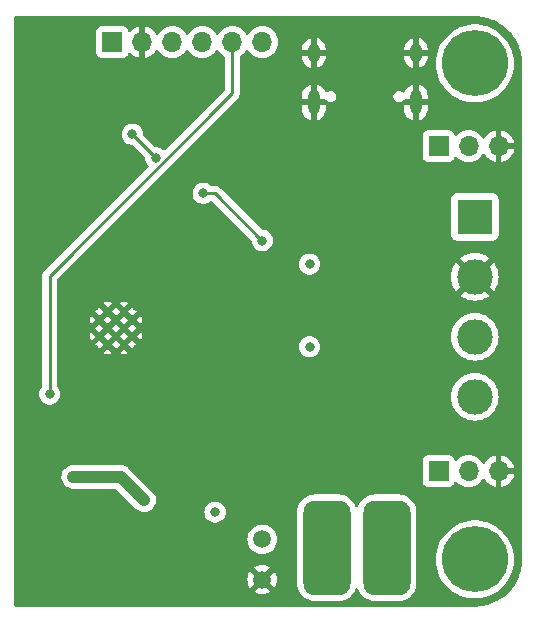
<source format=gbl>
G04 #@! TF.GenerationSoftware,KiCad,Pcbnew,7.0.8-7.0.8~ubuntu22.04.1*
G04 #@! TF.CreationDate,2023-11-04T16:43:40+00:00*
G04 #@! TF.ProjectId,kicad_dual_neopixel_driver,6b696361-645f-4647-9561-6c5f6e656f70,rev?*
G04 #@! TF.SameCoordinates,Original*
G04 #@! TF.FileFunction,Copper,L4,Bot*
G04 #@! TF.FilePolarity,Positive*
%FSLAX46Y46*%
G04 Gerber Fmt 4.6, Leading zero omitted, Abs format (unit mm)*
G04 Created by KiCad (PCBNEW 7.0.8-7.0.8~ubuntu22.04.1) date 2023-11-04 16:43:40*
%MOMM*%
%LPD*%
G01*
G04 APERTURE LIST*
G04 Aperture macros list*
%AMRoundRect*
0 Rectangle with rounded corners*
0 $1 Rounding radius*
0 $2 $3 $4 $5 $6 $7 $8 $9 X,Y pos of 4 corners*
0 Add a 4 corners polygon primitive as box body*
4,1,4,$2,$3,$4,$5,$6,$7,$8,$9,$2,$3,0*
0 Add four circle primitives for the rounded corners*
1,1,$1+$1,$2,$3*
1,1,$1+$1,$4,$5*
1,1,$1+$1,$6,$7*
1,1,$1+$1,$8,$9*
0 Add four rect primitives between the rounded corners*
20,1,$1+$1,$2,$3,$4,$5,0*
20,1,$1+$1,$4,$5,$6,$7,0*
20,1,$1+$1,$6,$7,$8,$9,0*
20,1,$1+$1,$8,$9,$2,$3,0*%
G04 Aperture macros list end*
G04 #@! TA.AperFunction,ComponentPad*
%ADD10R,1.700000X1.700000*%
G04 #@! TD*
G04 #@! TA.AperFunction,ComponentPad*
%ADD11O,1.700000X1.700000*%
G04 #@! TD*
G04 #@! TA.AperFunction,HeatsinkPad*
%ADD12C,0.600000*%
G04 #@! TD*
G04 #@! TA.AperFunction,ComponentPad*
%ADD13C,1.500000*%
G04 #@! TD*
G04 #@! TA.AperFunction,ComponentPad*
%ADD14O,1.000000X2.100000*%
G04 #@! TD*
G04 #@! TA.AperFunction,ComponentPad*
%ADD15O,1.000000X1.600000*%
G04 #@! TD*
G04 #@! TA.AperFunction,ComponentPad*
%ADD16C,5.600000*%
G04 #@! TD*
G04 #@! TA.AperFunction,ComponentPad*
%ADD17R,3.000000X3.000000*%
G04 #@! TD*
G04 #@! TA.AperFunction,ComponentPad*
%ADD18C,3.000000*%
G04 #@! TD*
G04 #@! TA.AperFunction,ComponentPad*
%ADD19RoundRect,1.000000X-1.000000X-3.000000X1.000000X-3.000000X1.000000X3.000000X-1.000000X3.000000X0*%
G04 #@! TD*
G04 #@! TA.AperFunction,ViaPad*
%ADD20C,0.800000*%
G04 #@! TD*
G04 #@! TA.AperFunction,Conductor*
%ADD21C,1.000000*%
G04 #@! TD*
G04 #@! TA.AperFunction,Conductor*
%ADD22C,0.250000*%
G04 #@! TD*
G04 APERTURE END LIST*
D10*
G04 #@! TO.P,J4,1,Pin_1*
G04 #@! TO.N,+5V*
X171920000Y-128524000D03*
D11*
G04 #@! TO.P,J4,2,Pin_2*
G04 #@! TO.N,Net-(D3-DOUT)*
X174460000Y-128524000D03*
G04 #@! TO.P,J4,3,Pin_3*
G04 #@! TO.N,GND*
X177000000Y-128524000D03*
G04 #@! TD*
D12*
G04 #@! TO.P,U4,39,GND*
G04 #@! TO.N,GND*
X143900000Y-117800000D03*
X145300000Y-117800000D03*
X143200000Y-117100000D03*
X144600000Y-117100000D03*
X146000000Y-117100000D03*
X143900000Y-116425000D03*
X145300000Y-116425000D03*
X143200000Y-115700000D03*
X144600000Y-115700000D03*
X146000000Y-115700000D03*
X143900000Y-115000000D03*
X145300000Y-115000000D03*
G04 #@! TD*
D13*
G04 #@! TO.P,R4,1*
G04 #@! TO.N,LIGHT*
X157000000Y-134300000D03*
G04 #@! TO.P,R4,2*
G04 #@! TO.N,GND*
X157000000Y-137700000D03*
G04 #@! TD*
D10*
G04 #@! TO.P,J6,1,Pin_1*
G04 #@! TO.N,+3V3*
X144300000Y-92200000D03*
D11*
G04 #@! TO.P,J6,2,Pin_2*
G04 #@! TO.N,GND*
X146840000Y-92200000D03*
G04 #@! TO.P,J6,3,Pin_3*
G04 #@! TO.N,TXDO_PROG*
X149380000Y-92200000D03*
G04 #@! TO.P,J6,4,Pin_4*
G04 #@! TO.N,RXDI_PROG*
X151920000Y-92200000D03*
G04 #@! TO.P,J6,5,Pin_5*
G04 #@! TO.N,RESET*
X154460000Y-92200000D03*
G04 #@! TO.P,J6,6,Pin_6*
G04 #@! TO.N,BOOT*
X157000000Y-92200000D03*
G04 #@! TD*
D14*
G04 #@! TO.P,J5,S1,SHIELD*
G04 #@! TO.N,GND*
X170000000Y-97305000D03*
D15*
X170000000Y-93125000D03*
D14*
X161360000Y-97305000D03*
D15*
X161360000Y-93125000D03*
G04 #@! TD*
D16*
G04 #@! TO.P,REF\u002A\u002A,1*
G04 #@! TO.N,N/C*
X175000000Y-94000000D03*
G04 #@! TD*
G04 #@! TO.P,REF\u002A\u002A,1*
G04 #@! TO.N,N/C*
X175000000Y-136000000D03*
G04 #@! TD*
D17*
G04 #@! TO.P,J3,1,Pin_1*
G04 #@! TO.N,+5V*
X175000000Y-107000000D03*
D18*
G04 #@! TO.P,J3,2,Pin_2*
G04 #@! TO.N,GND*
X175000000Y-112080000D03*
G04 #@! TO.P,J3,3,Pin_3*
G04 #@! TO.N,Net-(D1-DOUT)*
X175000000Y-117160000D03*
G04 #@! TO.P,J3,4,Pin_4*
G04 #@! TO.N,Net-(D3-DOUT)*
X175000000Y-122240000D03*
G04 #@! TD*
D19*
G04 #@! TO.P,J1,1,Pin_1*
G04 #@! TO.N,TOUCH1*
X162460000Y-135000000D03*
G04 #@! TO.P,J1,2,Pin_2*
G04 #@! TO.N,TOUCH2*
X167540000Y-135000000D03*
G04 #@! TD*
D10*
G04 #@! TO.P,J2,1,Pin_1*
G04 #@! TO.N,+5V*
X171920000Y-101000000D03*
D11*
G04 #@! TO.P,J2,2,Pin_2*
G04 #@! TO.N,Net-(D1-DOUT)*
X174460000Y-101000000D03*
G04 #@! TO.P,J2,3,Pin_3*
G04 #@! TO.N,GND*
X177000000Y-101000000D03*
G04 #@! TD*
D20*
G04 #@! TO.N,+5V*
X161000000Y-111000000D03*
X153000000Y-132000000D03*
X161000000Y-118000000D03*
G04 #@! TO.N,GND*
X145000000Y-136000000D03*
X168000000Y-109000000D03*
X163000000Y-108000000D03*
X155000000Y-99000000D03*
X166000000Y-120000000D03*
G04 #@! TO.N,+3V3*
X147000000Y-131000000D03*
X141000000Y-129000000D03*
G04 #@! TO.N,RESET*
X139000000Y-122000000D03*
G04 #@! TO.N,TOUCH2*
X157000000Y-109000000D03*
X152000000Y-105000000D03*
G04 #@! TO.N,BOOT*
X147987347Y-101987347D03*
X146000000Y-100000000D03*
G04 #@! TD*
D21*
G04 #@! TO.N,+3V3*
X145000000Y-129000000D02*
X147000000Y-131000000D01*
X141000000Y-129000000D02*
X145000000Y-129000000D01*
D22*
G04 #@! TO.N,RESET*
X154460000Y-96539999D02*
X154460000Y-92200000D01*
X139000000Y-111999999D02*
X154460000Y-96539999D01*
X139000000Y-122000000D02*
X139000000Y-111999999D01*
G04 #@! TO.N,TOUCH2*
X153000000Y-105000000D02*
X152000000Y-105000000D01*
X157000000Y-109000000D02*
X153000000Y-105000000D01*
G04 #@! TO.N,BOOT*
X146000000Y-100000000D02*
X147987347Y-101987347D01*
G04 #@! TD*
G04 #@! TA.AperFunction,Conductor*
G04 #@! TO.N,GND*
G36*
X175001423Y-90000566D02*
G01*
X175040986Y-90002394D01*
X175172950Y-90008495D01*
X175372549Y-90018302D01*
X175378048Y-90018819D01*
X175563357Y-90044668D01*
X175749828Y-90072329D01*
X175754871Y-90073294D01*
X175939341Y-90116681D01*
X176120221Y-90161989D01*
X176124797Y-90163327D01*
X176305568Y-90223916D01*
X176480339Y-90286450D01*
X176484471Y-90288100D01*
X176542986Y-90313936D01*
X176659474Y-90365370D01*
X176826973Y-90444592D01*
X176830601Y-90446457D01*
X176998142Y-90539778D01*
X177156964Y-90634972D01*
X177160119Y-90636996D01*
X177318603Y-90745559D01*
X177467377Y-90855897D01*
X177470001Y-90857957D01*
X177618027Y-90980876D01*
X177755321Y-91105314D01*
X177757514Y-91107402D01*
X177892596Y-91242484D01*
X177894687Y-91244680D01*
X177971038Y-91328920D01*
X178019129Y-91381980D01*
X178142034Y-91529989D01*
X178144109Y-91532632D01*
X178254443Y-91681400D01*
X178363002Y-91839879D01*
X178365032Y-91843044D01*
X178460221Y-92001857D01*
X178553527Y-92169371D01*
X178555410Y-92173034D01*
X178634638Y-92340547D01*
X178711899Y-92515527D01*
X178713558Y-92519685D01*
X178776093Y-92694459D01*
X178836662Y-92875173D01*
X178838018Y-92879812D01*
X178883317Y-93060654D01*
X178926696Y-93245090D01*
X178927672Y-93250189D01*
X178955337Y-93436689D01*
X178981177Y-93621933D01*
X178981697Y-93627459D01*
X178991512Y-93827238D01*
X178999434Y-93998575D01*
X178999500Y-94001439D01*
X178999500Y-135998560D01*
X178999434Y-136001424D01*
X178991512Y-136172761D01*
X178981697Y-136372539D01*
X178981177Y-136378065D01*
X178955337Y-136563310D01*
X178927672Y-136749809D01*
X178926696Y-136754908D01*
X178883317Y-136939345D01*
X178838018Y-137120186D01*
X178836662Y-137124825D01*
X178776093Y-137305540D01*
X178713557Y-137480314D01*
X178711899Y-137484470D01*
X178634638Y-137659452D01*
X178555410Y-137826964D01*
X178553527Y-137830627D01*
X178460221Y-137998142D01*
X178365032Y-138156954D01*
X178363002Y-138160118D01*
X178254437Y-138318608D01*
X178144121Y-138467350D01*
X178142021Y-138470025D01*
X178019132Y-138618016D01*
X177894695Y-138755310D01*
X177892596Y-138757514D01*
X177757514Y-138892596D01*
X177755310Y-138894695D01*
X177618016Y-139019132D01*
X177470025Y-139142021D01*
X177467350Y-139144121D01*
X177318608Y-139254437D01*
X177160118Y-139363002D01*
X177156954Y-139365032D01*
X176998142Y-139460221D01*
X176830627Y-139553527D01*
X176826964Y-139555410D01*
X176659452Y-139634638D01*
X176484470Y-139711899D01*
X176480314Y-139713557D01*
X176305540Y-139776093D01*
X176124825Y-139836662D01*
X176120186Y-139838018D01*
X175939345Y-139883317D01*
X175754908Y-139926696D01*
X175749809Y-139927672D01*
X175563310Y-139955337D01*
X175378065Y-139981177D01*
X175372539Y-139981697D01*
X175172761Y-139991512D01*
X175001424Y-139999434D01*
X174998560Y-139999500D01*
X136124000Y-139999500D01*
X136056961Y-139979815D01*
X136011206Y-139927011D01*
X136000000Y-139875500D01*
X136000000Y-137700000D01*
X155745225Y-137700000D01*
X155764287Y-137917884D01*
X155764289Y-137917894D01*
X155820894Y-138129150D01*
X155820898Y-138129159D01*
X155913335Y-138327391D01*
X155956873Y-138389571D01*
X155956875Y-138389572D01*
X156602046Y-137744400D01*
X156614835Y-137825148D01*
X156672359Y-137938045D01*
X156761955Y-138027641D01*
X156874852Y-138085165D01*
X156955599Y-138097953D01*
X156310426Y-138743124D01*
X156372611Y-138786666D01*
X156372613Y-138786667D01*
X156570840Y-138879101D01*
X156570849Y-138879105D01*
X156782105Y-138935710D01*
X156782115Y-138935712D01*
X156999999Y-138954775D01*
X157000001Y-138954775D01*
X157217884Y-138935712D01*
X157217894Y-138935710D01*
X157429150Y-138879105D01*
X157429159Y-138879101D01*
X157627387Y-138786666D01*
X157689572Y-138743124D01*
X157044401Y-138097953D01*
X157125148Y-138085165D01*
X157238045Y-138027641D01*
X157327641Y-137938045D01*
X157385165Y-137825148D01*
X157397953Y-137744401D01*
X158043124Y-138389572D01*
X158086666Y-138327387D01*
X158179101Y-138129159D01*
X158179105Y-138129150D01*
X158191512Y-138082845D01*
X159959500Y-138082845D01*
X159965918Y-138186235D01*
X159965919Y-138186238D01*
X160016950Y-138429615D01*
X160016953Y-138429625D01*
X160107342Y-138661269D01*
X160107344Y-138661273D01*
X160208957Y-138831802D01*
X160234639Y-138874902D01*
X160395348Y-139064649D01*
X160395350Y-139064651D01*
X160585097Y-139225360D01*
X160585103Y-139225363D01*
X160585106Y-139225366D01*
X160798727Y-139352656D01*
X160830444Y-139365032D01*
X161030374Y-139443046D01*
X161030381Y-139443048D01*
X161030386Y-139443050D01*
X161273763Y-139494081D01*
X161299611Y-139495685D01*
X161377155Y-139500500D01*
X161377158Y-139500500D01*
X163542845Y-139500500D01*
X163604879Y-139496648D01*
X163646237Y-139494081D01*
X163889614Y-139443050D01*
X163889621Y-139443046D01*
X163889625Y-139443046D01*
X163998806Y-139400443D01*
X164121273Y-139352656D01*
X164334894Y-139225366D01*
X164334898Y-139225361D01*
X164334902Y-139225360D01*
X164524649Y-139064651D01*
X164524651Y-139064649D01*
X164685360Y-138874902D01*
X164685361Y-138874898D01*
X164685366Y-138874894D01*
X164812656Y-138661273D01*
X164868089Y-138519211D01*
X164884483Y-138477198D01*
X164927190Y-138421900D01*
X164993014Y-138398470D01*
X165061056Y-138414346D01*
X165109713Y-138464489D01*
X165115517Y-138477198D01*
X165147216Y-138558436D01*
X165187344Y-138661273D01*
X165288957Y-138831802D01*
X165314639Y-138874902D01*
X165475348Y-139064649D01*
X165475350Y-139064651D01*
X165665097Y-139225360D01*
X165665103Y-139225363D01*
X165665106Y-139225366D01*
X165878727Y-139352656D01*
X165910444Y-139365032D01*
X166110374Y-139443046D01*
X166110381Y-139443048D01*
X166110386Y-139443050D01*
X166353763Y-139494081D01*
X166379611Y-139495685D01*
X166457155Y-139500500D01*
X166457158Y-139500500D01*
X168622845Y-139500500D01*
X168684879Y-139496648D01*
X168726237Y-139494081D01*
X168969614Y-139443050D01*
X168969621Y-139443046D01*
X168969625Y-139443046D01*
X169078806Y-139400443D01*
X169201273Y-139352656D01*
X169414894Y-139225366D01*
X169414898Y-139225361D01*
X169414902Y-139225360D01*
X169604649Y-139064651D01*
X169604651Y-139064649D01*
X169765360Y-138874902D01*
X169765361Y-138874898D01*
X169765366Y-138874894D01*
X169892656Y-138661273D01*
X169983050Y-138429614D01*
X170034081Y-138186237D01*
X170040500Y-138082842D01*
X170040500Y-136000002D01*
X171694652Y-136000002D01*
X171714028Y-136357368D01*
X171714029Y-136357385D01*
X171771926Y-136710539D01*
X171771932Y-136710565D01*
X171867672Y-137055392D01*
X171867674Y-137055399D01*
X172000142Y-137387870D01*
X172000151Y-137387888D01*
X172167784Y-137704077D01*
X172167787Y-137704082D01*
X172167789Y-137704085D01*
X172367164Y-137998142D01*
X172368634Y-138000309D01*
X172368641Y-138000319D01*
X172591971Y-138263243D01*
X172600332Y-138273086D01*
X172860163Y-138519211D01*
X173145081Y-138735800D01*
X173451747Y-138920315D01*
X173451749Y-138920316D01*
X173451751Y-138920317D01*
X173451755Y-138920319D01*
X173763724Y-139064650D01*
X173776565Y-139070591D01*
X174115726Y-139184868D01*
X174465254Y-139261805D01*
X174821052Y-139300500D01*
X174821058Y-139300500D01*
X175178942Y-139300500D01*
X175178948Y-139300500D01*
X175534746Y-139261805D01*
X175884274Y-139184868D01*
X176223435Y-139070591D01*
X176548253Y-138920315D01*
X176854919Y-138735800D01*
X177139837Y-138519211D01*
X177399668Y-138273086D01*
X177631365Y-138000311D01*
X177832211Y-137704085D01*
X177999853Y-137387880D01*
X178132324Y-137055403D01*
X178228071Y-136710552D01*
X178271569Y-136445225D01*
X178285970Y-136357385D01*
X178285970Y-136357382D01*
X178285972Y-136357371D01*
X178305348Y-136000000D01*
X178285972Y-135642629D01*
X178271651Y-135555277D01*
X178228073Y-135289460D01*
X178228072Y-135289459D01*
X178228071Y-135289448D01*
X178132324Y-134944597D01*
X177999853Y-134612120D01*
X177832211Y-134295915D01*
X177631365Y-133999689D01*
X177631361Y-133999684D01*
X177631358Y-133999680D01*
X177399668Y-133726914D01*
X177342073Y-133672357D01*
X177139837Y-133480789D01*
X177139830Y-133480783D01*
X177139827Y-133480781D01*
X177072245Y-133429407D01*
X176854919Y-133264200D01*
X176548253Y-133079685D01*
X176548252Y-133079684D01*
X176548248Y-133079682D01*
X176548244Y-133079680D01*
X176223447Y-132929414D01*
X176223441Y-132929411D01*
X176223435Y-132929409D01*
X176053854Y-132872270D01*
X175884273Y-132815131D01*
X175534744Y-132738194D01*
X175178949Y-132699500D01*
X175178948Y-132699500D01*
X174821052Y-132699500D01*
X174821050Y-132699500D01*
X174465255Y-132738194D01*
X174115726Y-132815131D01*
X173862364Y-132900500D01*
X173776565Y-132929409D01*
X173776563Y-132929410D01*
X173776552Y-132929414D01*
X173451755Y-133079680D01*
X173451751Y-133079682D01*
X173230347Y-133212897D01*
X173145081Y-133264200D01*
X173056768Y-133331333D01*
X172860172Y-133480781D01*
X172860163Y-133480789D01*
X172600331Y-133726914D01*
X172368641Y-133999680D01*
X172368634Y-133999690D01*
X172167790Y-134295913D01*
X172167784Y-134295922D01*
X172000151Y-134612111D01*
X172000142Y-134612129D01*
X171867674Y-134944600D01*
X171867672Y-134944607D01*
X171771932Y-135289434D01*
X171771926Y-135289460D01*
X171714029Y-135642614D01*
X171714028Y-135642631D01*
X171694652Y-135999997D01*
X171694652Y-136000002D01*
X170040500Y-136000002D01*
X170040500Y-131917158D01*
X170034081Y-131813763D01*
X169983050Y-131570386D01*
X169983048Y-131570381D01*
X169983046Y-131570374D01*
X169892657Y-131338730D01*
X169892656Y-131338727D01*
X169765366Y-131125106D01*
X169765363Y-131125103D01*
X169765360Y-131125097D01*
X169604651Y-130935350D01*
X169604649Y-130935348D01*
X169414902Y-130774639D01*
X169414894Y-130774634D01*
X169201273Y-130647344D01*
X169201271Y-130647343D01*
X169201269Y-130647342D01*
X168969625Y-130556953D01*
X168969615Y-130556950D01*
X168726238Y-130505919D01*
X168726235Y-130505918D01*
X168622845Y-130499500D01*
X168622842Y-130499500D01*
X166457158Y-130499500D01*
X166457155Y-130499500D01*
X166353764Y-130505918D01*
X166353761Y-130505919D01*
X166110384Y-130556950D01*
X166110374Y-130556953D01*
X165878730Y-130647342D01*
X165665097Y-130774639D01*
X165475350Y-130935348D01*
X165475348Y-130935350D01*
X165314639Y-131125097D01*
X165187342Y-131338730D01*
X165115517Y-131522801D01*
X165072810Y-131578099D01*
X165006986Y-131601529D01*
X164938944Y-131585652D01*
X164890287Y-131535510D01*
X164884483Y-131522801D01*
X164812657Y-131338730D01*
X164812656Y-131338727D01*
X164685366Y-131125106D01*
X164685363Y-131125103D01*
X164685360Y-131125097D01*
X164524651Y-130935350D01*
X164524649Y-130935348D01*
X164334902Y-130774639D01*
X164334894Y-130774634D01*
X164121273Y-130647344D01*
X164121271Y-130647343D01*
X164121269Y-130647342D01*
X163889625Y-130556953D01*
X163889615Y-130556950D01*
X163646238Y-130505919D01*
X163646235Y-130505918D01*
X163542845Y-130499500D01*
X163542842Y-130499500D01*
X161377158Y-130499500D01*
X161377155Y-130499500D01*
X161273764Y-130505918D01*
X161273761Y-130505919D01*
X161030384Y-130556950D01*
X161030374Y-130556953D01*
X160798730Y-130647342D01*
X160585097Y-130774639D01*
X160395350Y-130935348D01*
X160395348Y-130935350D01*
X160234639Y-131125097D01*
X160107342Y-131338730D01*
X160016953Y-131570374D01*
X160016950Y-131570384D01*
X159965919Y-131813761D01*
X159965918Y-131813764D01*
X159959500Y-131917155D01*
X159959500Y-138082845D01*
X158191512Y-138082845D01*
X158235710Y-137917894D01*
X158235712Y-137917884D01*
X158254775Y-137700000D01*
X158254775Y-137699999D01*
X158235712Y-137482115D01*
X158235710Y-137482105D01*
X158179105Y-137270849D01*
X158179101Y-137270840D01*
X158086668Y-137072615D01*
X158043123Y-137010428D01*
X157397953Y-137655598D01*
X157385165Y-137574852D01*
X157327641Y-137461955D01*
X157238045Y-137372359D01*
X157125148Y-137314835D01*
X157044401Y-137302046D01*
X157689572Y-136656875D01*
X157689571Y-136656873D01*
X157627391Y-136613335D01*
X157429159Y-136520898D01*
X157429150Y-136520894D01*
X157217894Y-136464289D01*
X157217884Y-136464287D01*
X157000001Y-136445225D01*
X156999999Y-136445225D01*
X156782115Y-136464287D01*
X156782105Y-136464289D01*
X156570849Y-136520894D01*
X156570840Y-136520898D01*
X156372614Y-136613332D01*
X156372612Y-136613333D01*
X156310428Y-136656875D01*
X156310427Y-136656875D01*
X156955599Y-137302046D01*
X156874852Y-137314835D01*
X156761955Y-137372359D01*
X156672359Y-137461955D01*
X156614835Y-137574852D01*
X156602046Y-137655598D01*
X155956875Y-137010427D01*
X155956875Y-137010428D01*
X155913333Y-137072612D01*
X155913332Y-137072614D01*
X155820898Y-137270840D01*
X155820894Y-137270849D01*
X155764289Y-137482105D01*
X155764287Y-137482115D01*
X155745225Y-137699999D01*
X155745225Y-137700000D01*
X136000000Y-137700000D01*
X136000000Y-134300002D01*
X155744723Y-134300002D01*
X155763793Y-134517975D01*
X155763793Y-134517979D01*
X155820422Y-134729322D01*
X155820424Y-134729326D01*
X155820425Y-134729330D01*
X155866661Y-134828484D01*
X155912897Y-134927638D01*
X155912898Y-134927639D01*
X156038402Y-135106877D01*
X156193123Y-135261598D01*
X156372361Y-135387102D01*
X156570670Y-135479575D01*
X156782023Y-135536207D01*
X156964926Y-135552208D01*
X156999998Y-135555277D01*
X157000000Y-135555277D01*
X157000002Y-135555277D01*
X157028254Y-135552805D01*
X157217977Y-135536207D01*
X157429330Y-135479575D01*
X157627639Y-135387102D01*
X157806877Y-135261598D01*
X157961598Y-135106877D01*
X158087102Y-134927639D01*
X158179575Y-134729330D01*
X158236207Y-134517977D01*
X158255277Y-134300000D01*
X158254919Y-134295913D01*
X158251569Y-134257618D01*
X158236207Y-134082023D01*
X158179575Y-133870670D01*
X158087102Y-133672362D01*
X158087100Y-133672359D01*
X158087099Y-133672357D01*
X157961599Y-133493124D01*
X157949256Y-133480781D01*
X157806877Y-133338402D01*
X157627639Y-133212898D01*
X157627640Y-133212898D01*
X157627638Y-133212897D01*
X157528484Y-133166661D01*
X157429330Y-133120425D01*
X157429326Y-133120424D01*
X157429322Y-133120422D01*
X157217977Y-133063793D01*
X157000002Y-133044723D01*
X156999998Y-133044723D01*
X156854682Y-133057436D01*
X156782023Y-133063793D01*
X156782020Y-133063793D01*
X156570677Y-133120422D01*
X156570668Y-133120426D01*
X156372361Y-133212898D01*
X156372357Y-133212900D01*
X156193121Y-133338402D01*
X156038402Y-133493121D01*
X155912900Y-133672357D01*
X155912898Y-133672361D01*
X155820426Y-133870668D01*
X155820422Y-133870677D01*
X155763793Y-134082020D01*
X155763793Y-134082024D01*
X155744723Y-134299997D01*
X155744723Y-134300002D01*
X136000000Y-134300002D01*
X136000000Y-129050936D01*
X139995631Y-129050936D01*
X140026442Y-129252063D01*
X140026445Y-129252075D01*
X140097111Y-129442881D01*
X140097115Y-129442888D01*
X140204745Y-129615567D01*
X140204749Y-129615572D01*
X140283133Y-129698032D01*
X140344941Y-129763053D01*
X140473344Y-129852424D01*
X140511949Y-129879294D01*
X140511950Y-129879294D01*
X140511951Y-129879295D01*
X140698942Y-129959540D01*
X140898259Y-130000500D01*
X144534217Y-130000500D01*
X144601256Y-130020185D01*
X144621898Y-130036819D01*
X146328420Y-131743340D01*
X146446593Y-131839698D01*
X146626951Y-131933909D01*
X146822582Y-131989886D01*
X147011117Y-132004243D01*
X147025475Y-132005337D01*
X147025476Y-132005337D01*
X147067382Y-132000000D01*
X152094540Y-132000000D01*
X152114326Y-132188256D01*
X152114327Y-132188259D01*
X152172818Y-132368277D01*
X152172821Y-132368284D01*
X152267467Y-132532216D01*
X152394129Y-132672888D01*
X152547265Y-132784148D01*
X152547270Y-132784151D01*
X152720192Y-132861142D01*
X152720197Y-132861144D01*
X152905354Y-132900500D01*
X152905355Y-132900500D01*
X153094644Y-132900500D01*
X153094646Y-132900500D01*
X153279803Y-132861144D01*
X153452730Y-132784151D01*
X153605871Y-132672888D01*
X153732533Y-132532216D01*
X153827179Y-132368284D01*
X153885674Y-132188256D01*
X153905460Y-132000000D01*
X153885674Y-131811744D01*
X153827179Y-131631716D01*
X153732533Y-131467784D01*
X153605871Y-131327112D01*
X153605870Y-131327111D01*
X153452734Y-131215851D01*
X153452729Y-131215848D01*
X153279807Y-131138857D01*
X153279802Y-131138855D01*
X153134001Y-131107865D01*
X153094646Y-131099500D01*
X152905354Y-131099500D01*
X152872897Y-131106398D01*
X152720197Y-131138855D01*
X152720192Y-131138857D01*
X152547270Y-131215848D01*
X152547265Y-131215851D01*
X152394129Y-131327111D01*
X152267466Y-131467785D01*
X152172821Y-131631715D01*
X152172818Y-131631722D01*
X152114701Y-131810590D01*
X152114326Y-131811744D01*
X152094540Y-132000000D01*
X147067382Y-132000000D01*
X147227321Y-131979631D01*
X147227321Y-131979630D01*
X147227328Y-131979630D01*
X147419872Y-131913816D01*
X147595227Y-131810590D01*
X147746213Y-131674179D01*
X147866649Y-131510167D01*
X147951605Y-131325268D01*
X147976997Y-131215849D01*
X147997602Y-131127054D01*
X148002757Y-130923642D01*
X148002756Y-130923641D01*
X148002757Y-130923637D01*
X147966858Y-130723347D01*
X147891377Y-130534383D01*
X147891372Y-130534376D01*
X147891370Y-130534371D01*
X147779403Y-130364482D01*
X147779400Y-130364478D01*
X146836791Y-129421870D01*
X170569500Y-129421870D01*
X170569501Y-129421876D01*
X170575908Y-129481483D01*
X170626202Y-129616328D01*
X170626206Y-129616335D01*
X170712452Y-129731544D01*
X170712455Y-129731547D01*
X170827664Y-129817793D01*
X170827671Y-129817797D01*
X170962517Y-129868091D01*
X170962516Y-129868091D01*
X170969444Y-129868835D01*
X171022127Y-129874500D01*
X172817872Y-129874499D01*
X172877483Y-129868091D01*
X173012331Y-129817796D01*
X173127546Y-129731546D01*
X173213796Y-129616331D01*
X173262810Y-129484916D01*
X173304681Y-129428984D01*
X173370145Y-129404566D01*
X173438418Y-129419417D01*
X173466673Y-129440569D01*
X173588599Y-129562495D01*
X173685384Y-129630265D01*
X173782165Y-129698032D01*
X173782167Y-129698033D01*
X173782170Y-129698035D01*
X173996337Y-129797903D01*
X174224592Y-129859063D01*
X174401034Y-129874500D01*
X174459999Y-129879659D01*
X174460000Y-129879659D01*
X174460001Y-129879659D01*
X174518966Y-129874500D01*
X174695408Y-129859063D01*
X174923663Y-129797903D01*
X175137830Y-129698035D01*
X175331401Y-129562495D01*
X175498495Y-129395401D01*
X175628730Y-129209405D01*
X175683307Y-129165781D01*
X175752805Y-129158587D01*
X175815160Y-129190110D01*
X175831879Y-129209405D01*
X175961890Y-129395078D01*
X176128917Y-129562105D01*
X176322421Y-129697600D01*
X176536507Y-129797429D01*
X176536516Y-129797433D01*
X176750000Y-129854634D01*
X176750000Y-128959501D01*
X176857685Y-129008680D01*
X176964237Y-129024000D01*
X177035763Y-129024000D01*
X177142315Y-129008680D01*
X177250000Y-128959501D01*
X177250000Y-129854633D01*
X177463483Y-129797433D01*
X177463492Y-129797429D01*
X177677578Y-129697600D01*
X177871082Y-129562105D01*
X178038105Y-129395082D01*
X178173600Y-129201578D01*
X178273429Y-128987492D01*
X178273432Y-128987486D01*
X178330636Y-128774000D01*
X177433686Y-128774000D01*
X177459493Y-128733844D01*
X177500000Y-128595889D01*
X177500000Y-128452111D01*
X177459493Y-128314156D01*
X177433686Y-128274000D01*
X178330636Y-128274000D01*
X178330635Y-128273999D01*
X178273432Y-128060513D01*
X178273429Y-128060507D01*
X178173600Y-127846422D01*
X178173599Y-127846420D01*
X178038113Y-127652926D01*
X178038108Y-127652920D01*
X177871082Y-127485894D01*
X177677578Y-127350399D01*
X177463492Y-127250570D01*
X177463486Y-127250567D01*
X177250000Y-127193364D01*
X177250000Y-128088498D01*
X177142315Y-128039320D01*
X177035763Y-128024000D01*
X176964237Y-128024000D01*
X176857685Y-128039320D01*
X176750000Y-128088498D01*
X176750000Y-127193364D01*
X176749999Y-127193364D01*
X176536513Y-127250567D01*
X176536507Y-127250570D01*
X176322422Y-127350399D01*
X176322420Y-127350400D01*
X176128926Y-127485886D01*
X176128920Y-127485891D01*
X175961891Y-127652920D01*
X175961890Y-127652922D01*
X175831880Y-127838595D01*
X175777303Y-127882219D01*
X175707804Y-127889412D01*
X175645450Y-127857890D01*
X175628730Y-127838594D01*
X175498494Y-127652597D01*
X175331402Y-127485506D01*
X175331395Y-127485501D01*
X175137834Y-127349967D01*
X175137830Y-127349965D01*
X175137828Y-127349964D01*
X174923663Y-127250097D01*
X174923659Y-127250096D01*
X174923655Y-127250094D01*
X174695413Y-127188938D01*
X174695403Y-127188936D01*
X174460001Y-127168341D01*
X174459999Y-127168341D01*
X174224596Y-127188936D01*
X174224586Y-127188938D01*
X173996344Y-127250094D01*
X173996335Y-127250098D01*
X173782171Y-127349964D01*
X173782169Y-127349965D01*
X173588600Y-127485503D01*
X173466673Y-127607430D01*
X173405350Y-127640914D01*
X173335658Y-127635930D01*
X173279725Y-127594058D01*
X173262810Y-127563081D01*
X173213797Y-127431671D01*
X173213793Y-127431664D01*
X173127547Y-127316455D01*
X173127544Y-127316452D01*
X173012335Y-127230206D01*
X173012328Y-127230202D01*
X172877482Y-127179908D01*
X172877483Y-127179908D01*
X172817883Y-127173501D01*
X172817881Y-127173500D01*
X172817873Y-127173500D01*
X172817864Y-127173500D01*
X171022129Y-127173500D01*
X171022123Y-127173501D01*
X170962516Y-127179908D01*
X170827671Y-127230202D01*
X170827664Y-127230206D01*
X170712455Y-127316452D01*
X170712452Y-127316455D01*
X170626206Y-127431664D01*
X170626202Y-127431671D01*
X170575908Y-127566517D01*
X170569501Y-127626116D01*
X170569500Y-127626135D01*
X170569500Y-129421870D01*
X146836791Y-129421870D01*
X145716451Y-128301531D01*
X145655061Y-128236949D01*
X145655060Y-128236948D01*
X145655059Y-128236947D01*
X145627204Y-128217559D01*
X145604709Y-128201902D01*
X145600946Y-128199064D01*
X145553413Y-128160305D01*
X145553406Y-128160300D01*
X145522959Y-128144397D01*
X145516251Y-128140334D01*
X145488049Y-128120705D01*
X145488046Y-128120703D01*
X145488045Y-128120703D01*
X145488041Y-128120701D01*
X145431680Y-128096514D01*
X145427424Y-128094493D01*
X145373057Y-128066094D01*
X145373050Y-128066091D01*
X145373049Y-128066091D01*
X145367008Y-128064362D01*
X145340030Y-128056642D01*
X145332630Y-128054008D01*
X145301057Y-128040459D01*
X145301058Y-128040459D01*
X145240966Y-128028109D01*
X145236391Y-128026986D01*
X145177420Y-128010113D01*
X145177425Y-128010113D01*
X145143158Y-128007503D01*
X145135380Y-128006412D01*
X145101742Y-127999500D01*
X145101741Y-127999500D01*
X145040402Y-127999500D01*
X145035695Y-127999321D01*
X145030121Y-127998896D01*
X144974524Y-127994662D01*
X144954589Y-127997201D01*
X144940440Y-127999003D01*
X144932611Y-127999500D01*
X140949257Y-127999500D01*
X140797560Y-128014925D01*
X140603420Y-128075837D01*
X140603405Y-128075844D01*
X140425500Y-128174589D01*
X140425495Y-128174592D01*
X140271106Y-128307132D01*
X140271104Y-128307134D01*
X140146554Y-128468037D01*
X140146553Y-128468040D01*
X140056940Y-128650728D01*
X140005937Y-128847714D01*
X139995631Y-129050936D01*
X136000000Y-129050936D01*
X136000000Y-122000000D01*
X138094540Y-122000000D01*
X138114326Y-122188256D01*
X138114327Y-122188259D01*
X138172818Y-122368277D01*
X138172821Y-122368284D01*
X138267467Y-122532216D01*
X138394129Y-122672888D01*
X138547265Y-122784148D01*
X138547270Y-122784151D01*
X138720192Y-122861142D01*
X138720197Y-122861144D01*
X138905354Y-122900500D01*
X138905355Y-122900500D01*
X139094644Y-122900500D01*
X139094646Y-122900500D01*
X139279803Y-122861144D01*
X139452730Y-122784151D01*
X139605871Y-122672888D01*
X139732533Y-122532216D01*
X139827179Y-122368284D01*
X139868861Y-122240001D01*
X172994390Y-122240001D01*
X173014804Y-122525433D01*
X173075628Y-122805037D01*
X173175635Y-123073166D01*
X173312770Y-123324309D01*
X173312775Y-123324317D01*
X173484254Y-123553387D01*
X173484270Y-123553405D01*
X173686594Y-123755729D01*
X173686612Y-123755745D01*
X173915682Y-123927224D01*
X173915690Y-123927229D01*
X174166833Y-124064364D01*
X174166832Y-124064364D01*
X174166836Y-124064365D01*
X174166839Y-124064367D01*
X174434954Y-124164369D01*
X174434960Y-124164370D01*
X174434962Y-124164371D01*
X174714566Y-124225195D01*
X174714568Y-124225195D01*
X174714572Y-124225196D01*
X174968220Y-124243337D01*
X174999999Y-124245610D01*
X175000000Y-124245610D01*
X175000001Y-124245610D01*
X175028595Y-124243564D01*
X175285428Y-124225196D01*
X175565046Y-124164369D01*
X175833161Y-124064367D01*
X176084315Y-123927226D01*
X176313395Y-123755739D01*
X176515739Y-123553395D01*
X176687226Y-123324315D01*
X176824367Y-123073161D01*
X176924369Y-122805046D01*
X176985196Y-122525428D01*
X177005610Y-122240000D01*
X176985196Y-121954572D01*
X176924369Y-121674954D01*
X176824367Y-121406839D01*
X176792736Y-121348912D01*
X176687229Y-121155690D01*
X176687224Y-121155682D01*
X176515745Y-120926612D01*
X176515729Y-120926594D01*
X176313405Y-120724270D01*
X176313387Y-120724254D01*
X176084317Y-120552775D01*
X176084309Y-120552770D01*
X175833166Y-120415635D01*
X175833167Y-120415635D01*
X175725915Y-120375632D01*
X175565046Y-120315631D01*
X175565043Y-120315630D01*
X175565037Y-120315628D01*
X175285433Y-120254804D01*
X175000001Y-120234390D01*
X174999999Y-120234390D01*
X174714566Y-120254804D01*
X174434962Y-120315628D01*
X174166833Y-120415635D01*
X173915690Y-120552770D01*
X173915682Y-120552775D01*
X173686612Y-120724254D01*
X173686594Y-120724270D01*
X173484270Y-120926594D01*
X173484254Y-120926612D01*
X173312775Y-121155682D01*
X173312770Y-121155690D01*
X173175635Y-121406833D01*
X173075628Y-121674962D01*
X173014804Y-121954566D01*
X172994390Y-122239998D01*
X172994390Y-122240001D01*
X139868861Y-122240001D01*
X139885674Y-122188256D01*
X139905460Y-122000000D01*
X139885674Y-121811744D01*
X139827179Y-121631716D01*
X139732533Y-121467784D01*
X139677658Y-121406839D01*
X139657350Y-121384284D01*
X139627120Y-121321292D01*
X139625500Y-121301312D01*
X139625500Y-118516660D01*
X143536891Y-118516660D01*
X143550697Y-118525335D01*
X143550701Y-118525337D01*
X143720858Y-118584877D01*
X143720861Y-118584878D01*
X143899997Y-118605062D01*
X143900003Y-118605062D01*
X144079138Y-118584878D01*
X144249307Y-118525333D01*
X144263107Y-118516661D01*
X144263107Y-118516660D01*
X144936891Y-118516660D01*
X144950697Y-118525335D01*
X144950701Y-118525337D01*
X145120858Y-118584877D01*
X145120861Y-118584878D01*
X145299997Y-118605062D01*
X145300003Y-118605062D01*
X145479138Y-118584878D01*
X145649307Y-118525333D01*
X145663107Y-118516661D01*
X145663107Y-118516660D01*
X145300001Y-118153553D01*
X145300000Y-118153553D01*
X144936891Y-118516660D01*
X144263107Y-118516660D01*
X143900001Y-118153553D01*
X143900000Y-118153553D01*
X143536891Y-118516660D01*
X139625500Y-118516660D01*
X139625500Y-117816660D01*
X142836891Y-117816660D01*
X142850697Y-117825335D01*
X142850701Y-117825337D01*
X143020859Y-117884878D01*
X143021644Y-117885057D01*
X143022099Y-117885311D01*
X143027430Y-117887177D01*
X143027103Y-117888110D01*
X143082623Y-117919166D01*
X143111952Y-117972875D01*
X143112823Y-117972571D01*
X143114672Y-117977855D01*
X143114940Y-117978346D01*
X143115120Y-117979137D01*
X143174662Y-118149298D01*
X143174667Y-118149308D01*
X143183338Y-118163108D01*
X143513955Y-117832492D01*
X143800000Y-117832492D01*
X143838197Y-117885065D01*
X143884162Y-117900000D01*
X143915838Y-117900000D01*
X143961803Y-117885065D01*
X144000000Y-117832492D01*
X144000000Y-117800000D01*
X144253553Y-117800000D01*
X144600000Y-118146447D01*
X144913955Y-117832492D01*
X145200000Y-117832492D01*
X145238197Y-117885065D01*
X145284162Y-117900000D01*
X145315838Y-117900000D01*
X145361803Y-117885065D01*
X145400000Y-117832492D01*
X145400000Y-117800000D01*
X145653553Y-117800000D01*
X146016660Y-118163107D01*
X146016661Y-118163107D01*
X146025333Y-118149307D01*
X146077578Y-118000000D01*
X160094540Y-118000000D01*
X160114326Y-118188256D01*
X160114327Y-118188259D01*
X160172818Y-118368277D01*
X160172821Y-118368284D01*
X160267467Y-118532216D01*
X160333058Y-118605062D01*
X160394129Y-118672888D01*
X160547265Y-118784148D01*
X160547270Y-118784151D01*
X160720192Y-118861142D01*
X160720197Y-118861144D01*
X160905354Y-118900500D01*
X160905355Y-118900500D01*
X161094644Y-118900500D01*
X161094646Y-118900500D01*
X161279803Y-118861144D01*
X161452730Y-118784151D01*
X161605871Y-118672888D01*
X161732533Y-118532216D01*
X161827179Y-118368284D01*
X161885674Y-118188256D01*
X161905460Y-118000000D01*
X161885674Y-117811744D01*
X161827179Y-117631716D01*
X161732533Y-117467784D01*
X161605871Y-117327112D01*
X161605870Y-117327111D01*
X161452734Y-117215851D01*
X161452729Y-117215848D01*
X161327296Y-117160001D01*
X172994390Y-117160001D01*
X173014804Y-117445433D01*
X173075628Y-117725037D01*
X173075630Y-117725043D01*
X173075631Y-117725046D01*
X173135312Y-117885056D01*
X173175635Y-117993166D01*
X173312770Y-118244309D01*
X173312775Y-118244317D01*
X173484254Y-118473387D01*
X173484270Y-118473405D01*
X173686594Y-118675729D01*
X173686612Y-118675745D01*
X173915682Y-118847224D01*
X173915690Y-118847229D01*
X174166833Y-118984364D01*
X174166832Y-118984364D01*
X174166836Y-118984365D01*
X174166839Y-118984367D01*
X174434954Y-119084369D01*
X174434960Y-119084370D01*
X174434962Y-119084371D01*
X174714566Y-119145195D01*
X174714568Y-119145195D01*
X174714572Y-119145196D01*
X174968220Y-119163337D01*
X174999999Y-119165610D01*
X175000000Y-119165610D01*
X175000001Y-119165610D01*
X175028595Y-119163564D01*
X175285428Y-119145196D01*
X175565046Y-119084369D01*
X175833161Y-118984367D01*
X176084315Y-118847226D01*
X176313395Y-118675739D01*
X176515739Y-118473395D01*
X176687226Y-118244315D01*
X176824367Y-117993161D01*
X176924369Y-117725046D01*
X176985196Y-117445428D01*
X177005610Y-117160000D01*
X176985196Y-116874572D01*
X176964308Y-116778553D01*
X176924371Y-116594962D01*
X176924370Y-116594960D01*
X176924369Y-116594954D01*
X176824367Y-116326839D01*
X176687226Y-116075685D01*
X176677811Y-116063108D01*
X176515745Y-115846612D01*
X176515729Y-115846594D01*
X176313405Y-115644270D01*
X176313387Y-115644254D01*
X176084317Y-115472775D01*
X176084309Y-115472770D01*
X175833166Y-115335635D01*
X175833167Y-115335635D01*
X175725915Y-115295632D01*
X175565046Y-115235631D01*
X175565043Y-115235630D01*
X175565037Y-115235628D01*
X175285433Y-115174804D01*
X175000001Y-115154390D01*
X174999999Y-115154390D01*
X174714566Y-115174804D01*
X174434962Y-115235628D01*
X174166833Y-115335635D01*
X173915690Y-115472770D01*
X173915682Y-115472775D01*
X173686612Y-115644254D01*
X173686594Y-115644270D01*
X173484270Y-115846594D01*
X173484254Y-115846612D01*
X173312775Y-116075682D01*
X173312770Y-116075690D01*
X173175635Y-116326833D01*
X173075628Y-116594962D01*
X173014804Y-116874566D01*
X172994390Y-117159998D01*
X172994390Y-117160001D01*
X161327296Y-117160001D01*
X161279807Y-117138857D01*
X161279802Y-117138855D01*
X161134001Y-117107865D01*
X161094646Y-117099500D01*
X160905354Y-117099500D01*
X160872897Y-117106398D01*
X160720197Y-117138855D01*
X160720192Y-117138857D01*
X160547270Y-117215848D01*
X160547265Y-117215851D01*
X160394129Y-117327111D01*
X160267466Y-117467785D01*
X160172821Y-117631715D01*
X160172818Y-117631722D01*
X160128699Y-117767508D01*
X160114326Y-117811744D01*
X160094540Y-118000000D01*
X146077578Y-118000000D01*
X146084877Y-117979141D01*
X146085056Y-117978358D01*
X146085310Y-117977902D01*
X146087177Y-117972569D01*
X146088111Y-117972895D01*
X146119164Y-117917379D01*
X146172874Y-117888050D01*
X146172569Y-117887177D01*
X146177871Y-117885321D01*
X146178358Y-117885056D01*
X146179141Y-117884877D01*
X146349307Y-117825333D01*
X146363107Y-117816661D01*
X146363107Y-117816660D01*
X146000000Y-117453553D01*
X145653553Y-117800000D01*
X145400000Y-117800000D01*
X145400000Y-117767508D01*
X145361803Y-117714935D01*
X145315838Y-117700000D01*
X145284162Y-117700000D01*
X145238197Y-117714935D01*
X145200000Y-117767508D01*
X145200000Y-117832492D01*
X144913955Y-117832492D01*
X144946447Y-117800000D01*
X144600000Y-117453553D01*
X144253553Y-117800000D01*
X144000000Y-117800000D01*
X144000000Y-117767508D01*
X143961803Y-117714935D01*
X143915838Y-117700000D01*
X143884162Y-117700000D01*
X143838197Y-117714935D01*
X143800000Y-117767508D01*
X143800000Y-117832492D01*
X143513955Y-117832492D01*
X143546447Y-117800000D01*
X143546447Y-117799999D01*
X143200001Y-117453553D01*
X143200000Y-117453553D01*
X142836891Y-117816660D01*
X139625500Y-117816660D01*
X139625500Y-117100002D01*
X142394938Y-117100002D01*
X142415121Y-117279138D01*
X142415122Y-117279141D01*
X142474662Y-117449298D01*
X142474667Y-117449308D01*
X142483338Y-117463108D01*
X142813955Y-117132492D01*
X143100000Y-117132492D01*
X143138197Y-117185065D01*
X143184162Y-117200000D01*
X143215838Y-117200000D01*
X143261803Y-117185065D01*
X143300000Y-117132492D01*
X143300000Y-117112500D01*
X143566053Y-117112500D01*
X143900000Y-117446447D01*
X144213955Y-117132492D01*
X144500000Y-117132492D01*
X144538197Y-117185065D01*
X144584162Y-117200000D01*
X144615838Y-117200000D01*
X144661803Y-117185065D01*
X144700000Y-117132492D01*
X144700000Y-117112500D01*
X144966053Y-117112500D01*
X145300000Y-117446447D01*
X145613955Y-117132492D01*
X145900000Y-117132492D01*
X145938197Y-117185065D01*
X145984162Y-117200000D01*
X146015838Y-117200000D01*
X146061803Y-117185065D01*
X146100000Y-117132492D01*
X146100000Y-117100000D01*
X146353553Y-117100000D01*
X146716660Y-117463107D01*
X146716661Y-117463107D01*
X146725333Y-117449307D01*
X146784878Y-117279138D01*
X146805062Y-117100002D01*
X146805062Y-117099997D01*
X146784878Y-116920861D01*
X146784877Y-116920858D01*
X146725337Y-116750701D01*
X146725335Y-116750697D01*
X146716660Y-116736891D01*
X146353553Y-117099999D01*
X146353553Y-117100000D01*
X146100000Y-117100000D01*
X146100000Y-117067508D01*
X146061803Y-117014935D01*
X146015838Y-117000000D01*
X145984162Y-117000000D01*
X145938197Y-117014935D01*
X145900000Y-117067508D01*
X145900000Y-117132492D01*
X145613955Y-117132492D01*
X145633947Y-117112500D01*
X145300000Y-116778553D01*
X144966053Y-117112500D01*
X144700000Y-117112500D01*
X144700000Y-117067508D01*
X144661803Y-117014935D01*
X144615838Y-117000000D01*
X144584162Y-117000000D01*
X144538197Y-117014935D01*
X144500000Y-117067508D01*
X144500000Y-117132492D01*
X144213955Y-117132492D01*
X144233947Y-117112500D01*
X143900000Y-116778553D01*
X143566053Y-117112500D01*
X143300000Y-117112500D01*
X143300000Y-117067508D01*
X143261803Y-117014935D01*
X143215838Y-117000000D01*
X143184162Y-117000000D01*
X143138197Y-117014935D01*
X143100000Y-117067508D01*
X143100000Y-117132492D01*
X142813955Y-117132492D01*
X142846447Y-117100000D01*
X142846447Y-117099999D01*
X142483338Y-116736890D01*
X142483338Y-116736891D01*
X142474664Y-116750696D01*
X142415122Y-116920858D01*
X142415121Y-116920861D01*
X142394938Y-117099997D01*
X142394938Y-117100002D01*
X139625500Y-117100002D01*
X139625500Y-116400000D01*
X142853553Y-116400000D01*
X143200000Y-116746447D01*
X143488955Y-116457492D01*
X143800000Y-116457492D01*
X143838197Y-116510065D01*
X143884162Y-116525000D01*
X143915838Y-116525000D01*
X143961803Y-116510065D01*
X144000000Y-116457492D01*
X144000000Y-116412500D01*
X144266053Y-116412500D01*
X144600000Y-116746447D01*
X144888955Y-116457492D01*
X145200000Y-116457492D01*
X145238197Y-116510065D01*
X145284162Y-116525000D01*
X145315838Y-116525000D01*
X145361803Y-116510065D01*
X145400000Y-116457492D01*
X145400000Y-116412500D01*
X145666053Y-116412500D01*
X146000000Y-116746447D01*
X146346447Y-116400000D01*
X146012500Y-116066053D01*
X145666053Y-116412500D01*
X145400000Y-116412500D01*
X145400000Y-116392508D01*
X145361803Y-116339935D01*
X145315838Y-116325000D01*
X145284162Y-116325000D01*
X145238197Y-116339935D01*
X145200000Y-116392508D01*
X145200000Y-116457492D01*
X144888955Y-116457492D01*
X144933947Y-116412500D01*
X144600000Y-116078553D01*
X144266053Y-116412500D01*
X144000000Y-116412500D01*
X144000000Y-116392508D01*
X143961803Y-116339935D01*
X143915838Y-116325000D01*
X143884162Y-116325000D01*
X143838197Y-116339935D01*
X143800000Y-116392508D01*
X143800000Y-116457492D01*
X143488955Y-116457492D01*
X143533947Y-116412500D01*
X143187500Y-116066053D01*
X142853553Y-116400000D01*
X139625500Y-116400000D01*
X139625500Y-115700002D01*
X142394938Y-115700002D01*
X142415121Y-115879138D01*
X142415122Y-115879141D01*
X142474662Y-116049298D01*
X142474667Y-116049308D01*
X142483338Y-116063108D01*
X142813955Y-115732492D01*
X143100000Y-115732492D01*
X143138197Y-115785065D01*
X143184162Y-115800000D01*
X143215838Y-115800000D01*
X143261803Y-115785065D01*
X143300000Y-115732492D01*
X143300000Y-115700000D01*
X143553553Y-115700000D01*
X143900000Y-116046447D01*
X144213955Y-115732492D01*
X144500000Y-115732492D01*
X144538197Y-115785065D01*
X144584162Y-115800000D01*
X144615838Y-115800000D01*
X144661803Y-115785065D01*
X144700000Y-115732492D01*
X144700000Y-115700000D01*
X144953553Y-115700000D01*
X145300000Y-116046447D01*
X145613955Y-115732492D01*
X145900000Y-115732492D01*
X145938197Y-115785065D01*
X145984162Y-115800000D01*
X146015838Y-115800000D01*
X146061803Y-115785065D01*
X146100000Y-115732492D01*
X146100000Y-115700000D01*
X146353553Y-115700000D01*
X146716660Y-116063107D01*
X146716661Y-116063107D01*
X146725333Y-116049307D01*
X146784878Y-115879138D01*
X146805062Y-115700002D01*
X146805062Y-115699997D01*
X146784878Y-115520861D01*
X146784877Y-115520858D01*
X146725337Y-115350701D01*
X146725335Y-115350697D01*
X146716660Y-115336891D01*
X146353553Y-115699999D01*
X146353553Y-115700000D01*
X146100000Y-115700000D01*
X146100000Y-115667508D01*
X146061803Y-115614935D01*
X146015838Y-115600000D01*
X145984162Y-115600000D01*
X145938197Y-115614935D01*
X145900000Y-115667508D01*
X145900000Y-115732492D01*
X145613955Y-115732492D01*
X145646447Y-115700000D01*
X145300000Y-115353553D01*
X144953553Y-115700000D01*
X144700000Y-115700000D01*
X144700000Y-115667508D01*
X144661803Y-115614935D01*
X144615838Y-115600000D01*
X144584162Y-115600000D01*
X144538197Y-115614935D01*
X144500000Y-115667508D01*
X144500000Y-115732492D01*
X144213955Y-115732492D01*
X144246447Y-115700000D01*
X143900000Y-115353553D01*
X143553553Y-115700000D01*
X143300000Y-115700000D01*
X143300000Y-115667508D01*
X143261803Y-115614935D01*
X143215838Y-115600000D01*
X143184162Y-115600000D01*
X143138197Y-115614935D01*
X143100000Y-115667508D01*
X143100000Y-115732492D01*
X142813955Y-115732492D01*
X142846447Y-115700000D01*
X142846447Y-115699999D01*
X142483338Y-115336890D01*
X142483338Y-115336891D01*
X142474664Y-115350696D01*
X142415122Y-115520858D01*
X142415121Y-115520861D01*
X142394938Y-115699997D01*
X142394938Y-115700002D01*
X139625500Y-115700002D01*
X139625500Y-114983338D01*
X142836890Y-114983338D01*
X143199999Y-115346447D01*
X143513955Y-115032492D01*
X143800000Y-115032492D01*
X143838197Y-115085065D01*
X143884162Y-115100000D01*
X143915838Y-115100000D01*
X143961803Y-115085065D01*
X144000000Y-115032492D01*
X144000000Y-115000000D01*
X144253553Y-115000000D01*
X144600000Y-115346447D01*
X144913955Y-115032492D01*
X145200000Y-115032492D01*
X145238197Y-115085065D01*
X145284162Y-115100000D01*
X145315838Y-115100000D01*
X145361803Y-115085065D01*
X145400000Y-115032492D01*
X145400000Y-115000000D01*
X145653553Y-115000000D01*
X146000000Y-115346447D01*
X146000001Y-115346447D01*
X146363108Y-114983338D01*
X146363108Y-114983337D01*
X146349308Y-114974667D01*
X146349298Y-114974662D01*
X146179137Y-114915120D01*
X146178346Y-114914940D01*
X146177886Y-114914683D01*
X146172571Y-114912823D01*
X146172896Y-114911891D01*
X146117370Y-114880827D01*
X146088049Y-114827124D01*
X146087177Y-114827430D01*
X146085322Y-114822130D01*
X146085057Y-114821644D01*
X146084878Y-114820859D01*
X146025337Y-114650701D01*
X146025335Y-114650697D01*
X146016660Y-114636891D01*
X145653553Y-114999999D01*
X145653553Y-115000000D01*
X145400000Y-115000000D01*
X145400000Y-114967508D01*
X145361803Y-114914935D01*
X145315838Y-114900000D01*
X145284162Y-114900000D01*
X145238197Y-114914935D01*
X145200000Y-114967508D01*
X145200000Y-115032492D01*
X144913955Y-115032492D01*
X144946447Y-115000000D01*
X144600000Y-114653553D01*
X144253553Y-115000000D01*
X144000000Y-115000000D01*
X144000000Y-114967508D01*
X143961803Y-114914935D01*
X143915838Y-114900000D01*
X143884162Y-114900000D01*
X143838197Y-114914935D01*
X143800000Y-114967508D01*
X143800000Y-115032492D01*
X143513955Y-115032492D01*
X143546447Y-115000000D01*
X143546447Y-114999999D01*
X143183338Y-114636890D01*
X143183338Y-114636891D01*
X143174665Y-114650695D01*
X143115118Y-114820869D01*
X143114939Y-114821656D01*
X143114683Y-114822112D01*
X143112823Y-114827430D01*
X143111890Y-114827103D01*
X143080824Y-114882631D01*
X143027125Y-114911952D01*
X143027430Y-114912823D01*
X143022143Y-114914672D01*
X143021656Y-114914939D01*
X143020869Y-114915118D01*
X142850695Y-114974665D01*
X142836891Y-114983338D01*
X142836890Y-114983338D01*
X139625500Y-114983338D01*
X139625500Y-114283338D01*
X143536890Y-114283338D01*
X143900000Y-114646447D01*
X143900001Y-114646447D01*
X144263108Y-114283338D01*
X144936890Y-114283338D01*
X145300000Y-114646447D01*
X145300001Y-114646447D01*
X145663108Y-114283338D01*
X145663108Y-114283337D01*
X145649308Y-114274667D01*
X145649298Y-114274662D01*
X145479141Y-114215122D01*
X145479138Y-114215121D01*
X145300003Y-114194938D01*
X145299997Y-114194938D01*
X145120861Y-114215121D01*
X145120858Y-114215122D01*
X144950696Y-114274664D01*
X144936891Y-114283338D01*
X144936890Y-114283338D01*
X144263108Y-114283338D01*
X144263108Y-114283337D01*
X144249308Y-114274667D01*
X144249298Y-114274662D01*
X144079141Y-114215122D01*
X144079138Y-114215121D01*
X143900003Y-114194938D01*
X143899997Y-114194938D01*
X143720861Y-114215121D01*
X143720858Y-114215122D01*
X143550696Y-114274664D01*
X143536891Y-114283338D01*
X143536890Y-114283338D01*
X139625500Y-114283338D01*
X139625500Y-112310450D01*
X139645185Y-112243411D01*
X139661814Y-112222774D01*
X139804587Y-112080001D01*
X172994891Y-112080001D01*
X173015300Y-112365362D01*
X173076109Y-112644895D01*
X173176091Y-112912958D01*
X173313191Y-113164038D01*
X173313196Y-113164046D01*
X173419882Y-113306561D01*
X173419883Y-113306562D01*
X174315195Y-112411250D01*
X174337340Y-112462587D01*
X174443433Y-112605094D01*
X174579530Y-112719294D01*
X174669216Y-112764335D01*
X173773436Y-113660115D01*
X173915960Y-113766807D01*
X173915961Y-113766808D01*
X174167042Y-113903908D01*
X174167041Y-113903908D01*
X174435104Y-114003890D01*
X174714637Y-114064699D01*
X174999999Y-114085109D01*
X175000001Y-114085109D01*
X175285362Y-114064699D01*
X175564895Y-114003890D01*
X175832958Y-113903908D01*
X176084047Y-113766803D01*
X176226561Y-113660116D01*
X176226562Y-113660115D01*
X175333748Y-112767300D01*
X175343409Y-112763784D01*
X175491844Y-112666157D01*
X175613764Y-112536930D01*
X175685768Y-112412215D01*
X176580115Y-113306562D01*
X176580116Y-113306561D01*
X176686803Y-113164047D01*
X176823908Y-112912958D01*
X176923890Y-112644895D01*
X176984699Y-112365362D01*
X177005109Y-112080001D01*
X177005109Y-112079998D01*
X176984699Y-111794637D01*
X176923890Y-111515104D01*
X176823908Y-111247041D01*
X176686808Y-110995961D01*
X176686807Y-110995960D01*
X176580115Y-110853436D01*
X175684803Y-111748747D01*
X175662660Y-111697413D01*
X175556567Y-111554906D01*
X175420470Y-111440706D01*
X175330782Y-111395663D01*
X176226562Y-110499883D01*
X176226561Y-110499882D01*
X176084046Y-110393196D01*
X176084038Y-110393191D01*
X175832957Y-110256091D01*
X175832958Y-110256091D01*
X175564895Y-110156109D01*
X175285362Y-110095300D01*
X175000001Y-110074891D01*
X174999999Y-110074891D01*
X174714637Y-110095300D01*
X174435104Y-110156109D01*
X174167041Y-110256091D01*
X173915961Y-110393191D01*
X173915953Y-110393196D01*
X173773437Y-110499882D01*
X173773436Y-110499883D01*
X174666252Y-111392699D01*
X174656591Y-111396216D01*
X174508156Y-111493843D01*
X174386236Y-111623070D01*
X174314231Y-111747784D01*
X173419883Y-110853436D01*
X173419882Y-110853437D01*
X173313196Y-110995953D01*
X173313191Y-110995961D01*
X173176091Y-111247041D01*
X173076109Y-111515104D01*
X173015300Y-111794637D01*
X172994891Y-112079998D01*
X172994891Y-112080001D01*
X139804587Y-112080001D01*
X140884588Y-111000000D01*
X160094540Y-111000000D01*
X160114326Y-111188256D01*
X160114327Y-111188259D01*
X160172818Y-111368277D01*
X160172821Y-111368284D01*
X160267467Y-111532216D01*
X160354989Y-111629419D01*
X160394129Y-111672888D01*
X160547265Y-111784148D01*
X160547270Y-111784151D01*
X160720192Y-111861142D01*
X160720197Y-111861144D01*
X160905354Y-111900500D01*
X160905355Y-111900500D01*
X161094644Y-111900500D01*
X161094646Y-111900500D01*
X161279803Y-111861144D01*
X161452730Y-111784151D01*
X161605871Y-111672888D01*
X161732533Y-111532216D01*
X161827179Y-111368284D01*
X161885674Y-111188256D01*
X161905460Y-111000000D01*
X161885674Y-110811744D01*
X161827179Y-110631716D01*
X161732533Y-110467784D01*
X161605871Y-110327112D01*
X161605870Y-110327111D01*
X161452734Y-110215851D01*
X161452729Y-110215848D01*
X161279807Y-110138857D01*
X161279802Y-110138855D01*
X161134001Y-110107865D01*
X161094646Y-110099500D01*
X160905354Y-110099500D01*
X160872897Y-110106398D01*
X160720197Y-110138855D01*
X160720192Y-110138857D01*
X160547270Y-110215848D01*
X160547265Y-110215851D01*
X160394129Y-110327111D01*
X160267466Y-110467785D01*
X160172821Y-110631715D01*
X160172818Y-110631722D01*
X160114327Y-110811740D01*
X160114326Y-110811744D01*
X160094540Y-111000000D01*
X140884588Y-111000000D01*
X146884588Y-105000000D01*
X151094540Y-105000000D01*
X151114326Y-105188256D01*
X151114327Y-105188259D01*
X151172818Y-105368277D01*
X151172821Y-105368284D01*
X151267467Y-105532216D01*
X151363320Y-105638671D01*
X151394129Y-105672888D01*
X151547265Y-105784148D01*
X151547270Y-105784151D01*
X151720192Y-105861142D01*
X151720197Y-105861144D01*
X151905354Y-105900500D01*
X151905355Y-105900500D01*
X152094644Y-105900500D01*
X152094646Y-105900500D01*
X152279803Y-105861144D01*
X152452730Y-105784151D01*
X152605871Y-105672888D01*
X152605874Y-105672883D01*
X152610701Y-105668539D01*
X152611786Y-105669744D01*
X152664325Y-105637359D01*
X152734183Y-105638671D01*
X152784700Y-105669290D01*
X156061038Y-108945629D01*
X156094523Y-109006952D01*
X156096678Y-109020348D01*
X156104968Y-109099227D01*
X156114326Y-109188256D01*
X156114327Y-109188259D01*
X156172818Y-109368277D01*
X156172821Y-109368284D01*
X156267467Y-109532216D01*
X156394129Y-109672888D01*
X156547265Y-109784148D01*
X156547270Y-109784151D01*
X156720192Y-109861142D01*
X156720197Y-109861144D01*
X156905354Y-109900500D01*
X156905355Y-109900500D01*
X157094644Y-109900500D01*
X157094646Y-109900500D01*
X157279803Y-109861144D01*
X157452730Y-109784151D01*
X157605871Y-109672888D01*
X157732533Y-109532216D01*
X157827179Y-109368284D01*
X157885674Y-109188256D01*
X157905460Y-109000000D01*
X157885674Y-108811744D01*
X157827179Y-108631716D01*
X157778771Y-108547870D01*
X172999500Y-108547870D01*
X172999501Y-108547876D01*
X173005908Y-108607483D01*
X173056202Y-108742328D01*
X173056206Y-108742335D01*
X173142452Y-108857544D01*
X173142455Y-108857547D01*
X173257664Y-108943793D01*
X173257671Y-108943797D01*
X173392517Y-108994091D01*
X173392516Y-108994091D01*
X173399444Y-108994835D01*
X173452127Y-109000500D01*
X176547872Y-109000499D01*
X176607483Y-108994091D01*
X176742331Y-108943796D01*
X176857546Y-108857546D01*
X176943796Y-108742331D01*
X176994091Y-108607483D01*
X177000500Y-108547873D01*
X177000499Y-105452128D01*
X176994091Y-105392517D01*
X176943796Y-105257669D01*
X176943795Y-105257668D01*
X176943793Y-105257664D01*
X176857547Y-105142455D01*
X176857544Y-105142452D01*
X176742335Y-105056206D01*
X176742328Y-105056202D01*
X176607482Y-105005908D01*
X176607483Y-105005908D01*
X176547883Y-104999501D01*
X176547881Y-104999500D01*
X176547873Y-104999500D01*
X176547864Y-104999500D01*
X173452129Y-104999500D01*
X173452123Y-104999501D01*
X173392516Y-105005908D01*
X173257671Y-105056202D01*
X173257664Y-105056206D01*
X173142455Y-105142452D01*
X173142452Y-105142455D01*
X173056206Y-105257664D01*
X173056202Y-105257671D01*
X173005908Y-105392517D01*
X172999501Y-105452116D01*
X172999501Y-105452123D01*
X172999500Y-105452135D01*
X172999500Y-108547870D01*
X157778771Y-108547870D01*
X157732533Y-108467784D01*
X157605871Y-108327112D01*
X157605870Y-108327111D01*
X157452734Y-108215851D01*
X157452729Y-108215848D01*
X157279807Y-108138857D01*
X157279802Y-108138855D01*
X157134001Y-108107865D01*
X157094646Y-108099500D01*
X157094645Y-108099500D01*
X157035453Y-108099500D01*
X156968414Y-108079815D01*
X156947772Y-108063181D01*
X153500803Y-104616212D01*
X153490980Y-104603950D01*
X153490759Y-104604134D01*
X153485786Y-104598123D01*
X153435364Y-104550773D01*
X153424919Y-104540328D01*
X153414475Y-104529883D01*
X153408986Y-104525625D01*
X153404561Y-104521847D01*
X153370582Y-104489938D01*
X153370580Y-104489936D01*
X153370577Y-104489935D01*
X153353029Y-104480288D01*
X153336763Y-104469604D01*
X153320933Y-104457325D01*
X153278168Y-104438818D01*
X153272922Y-104436248D01*
X153232093Y-104413803D01*
X153232092Y-104413802D01*
X153212693Y-104408822D01*
X153194281Y-104402518D01*
X153175898Y-104394562D01*
X153175892Y-104394560D01*
X153129874Y-104387272D01*
X153124152Y-104386087D01*
X153079021Y-104374500D01*
X153079019Y-104374500D01*
X153058984Y-104374500D01*
X153039586Y-104372973D01*
X153032162Y-104371797D01*
X153019805Y-104369840D01*
X153019804Y-104369840D01*
X152973416Y-104374225D01*
X152967578Y-104374500D01*
X152703748Y-104374500D01*
X152636709Y-104354815D01*
X152611600Y-104333474D01*
X152605873Y-104327114D01*
X152605869Y-104327110D01*
X152452734Y-104215851D01*
X152452729Y-104215848D01*
X152279807Y-104138857D01*
X152279802Y-104138855D01*
X152134001Y-104107865D01*
X152094646Y-104099500D01*
X151905354Y-104099500D01*
X151872897Y-104106398D01*
X151720197Y-104138855D01*
X151720192Y-104138857D01*
X151547270Y-104215848D01*
X151547265Y-104215851D01*
X151394129Y-104327111D01*
X151267466Y-104467785D01*
X151172821Y-104631715D01*
X151172818Y-104631722D01*
X151114327Y-104811740D01*
X151114326Y-104811744D01*
X151094540Y-105000000D01*
X146884588Y-105000000D01*
X149986718Y-101897870D01*
X170569500Y-101897870D01*
X170569501Y-101897876D01*
X170575908Y-101957483D01*
X170626202Y-102092328D01*
X170626206Y-102092335D01*
X170712452Y-102207544D01*
X170712455Y-102207547D01*
X170827664Y-102293793D01*
X170827671Y-102293797D01*
X170962517Y-102344091D01*
X170962516Y-102344091D01*
X170969444Y-102344835D01*
X171022127Y-102350500D01*
X172817872Y-102350499D01*
X172877483Y-102344091D01*
X173012331Y-102293796D01*
X173127546Y-102207546D01*
X173213796Y-102092331D01*
X173262810Y-101960916D01*
X173304681Y-101904984D01*
X173370145Y-101880566D01*
X173438418Y-101895417D01*
X173466673Y-101916569D01*
X173588599Y-102038495D01*
X173685384Y-102106265D01*
X173782165Y-102174032D01*
X173782167Y-102174033D01*
X173782170Y-102174035D01*
X173996337Y-102273903D01*
X174224592Y-102335063D01*
X174401034Y-102350500D01*
X174459999Y-102355659D01*
X174460000Y-102355659D01*
X174460001Y-102355659D01*
X174518966Y-102350500D01*
X174695408Y-102335063D01*
X174923663Y-102273903D01*
X175137830Y-102174035D01*
X175331401Y-102038495D01*
X175498495Y-101871401D01*
X175628730Y-101685405D01*
X175683307Y-101641781D01*
X175752805Y-101634587D01*
X175815160Y-101666110D01*
X175831879Y-101685405D01*
X175961890Y-101871078D01*
X176128917Y-102038105D01*
X176322421Y-102173600D01*
X176536507Y-102273429D01*
X176536516Y-102273433D01*
X176750000Y-102330634D01*
X176750000Y-101435501D01*
X176857685Y-101484680D01*
X176964237Y-101500000D01*
X177035763Y-101500000D01*
X177142315Y-101484680D01*
X177250000Y-101435501D01*
X177250000Y-102330633D01*
X177463483Y-102273433D01*
X177463492Y-102273429D01*
X177677578Y-102173600D01*
X177871082Y-102038105D01*
X178038105Y-101871082D01*
X178173600Y-101677578D01*
X178273429Y-101463492D01*
X178273432Y-101463486D01*
X178330636Y-101250000D01*
X177433686Y-101250000D01*
X177459493Y-101209844D01*
X177500000Y-101071889D01*
X177500000Y-100928111D01*
X177459493Y-100790156D01*
X177433686Y-100750000D01*
X178330636Y-100750000D01*
X178330635Y-100749999D01*
X178273432Y-100536513D01*
X178273429Y-100536507D01*
X178173600Y-100322422D01*
X178173599Y-100322420D01*
X178038113Y-100128926D01*
X178038108Y-100128920D01*
X177871082Y-99961894D01*
X177677578Y-99826399D01*
X177463492Y-99726570D01*
X177463486Y-99726567D01*
X177250000Y-99669364D01*
X177250000Y-100564498D01*
X177142315Y-100515320D01*
X177035763Y-100500000D01*
X176964237Y-100500000D01*
X176857685Y-100515320D01*
X176750000Y-100564498D01*
X176750000Y-99669364D01*
X176749999Y-99669364D01*
X176536513Y-99726567D01*
X176536507Y-99726570D01*
X176322422Y-99826399D01*
X176322420Y-99826400D01*
X176128926Y-99961886D01*
X176128920Y-99961891D01*
X175961891Y-100128920D01*
X175961890Y-100128922D01*
X175831880Y-100314595D01*
X175777303Y-100358219D01*
X175707804Y-100365412D01*
X175645450Y-100333890D01*
X175628730Y-100314594D01*
X175498494Y-100128597D01*
X175331402Y-99961506D01*
X175331395Y-99961501D01*
X175137834Y-99825967D01*
X175137830Y-99825965D01*
X175107324Y-99811740D01*
X174923663Y-99726097D01*
X174923659Y-99726096D01*
X174923655Y-99726094D01*
X174695413Y-99664938D01*
X174695403Y-99664936D01*
X174460001Y-99644341D01*
X174459999Y-99644341D01*
X174224596Y-99664936D01*
X174224586Y-99664938D01*
X173996344Y-99726094D01*
X173996335Y-99726098D01*
X173782171Y-99825964D01*
X173782169Y-99825965D01*
X173588600Y-99961503D01*
X173466673Y-100083430D01*
X173405350Y-100116914D01*
X173335658Y-100111930D01*
X173279725Y-100070058D01*
X173262810Y-100039081D01*
X173213797Y-99907671D01*
X173213793Y-99907664D01*
X173127547Y-99792455D01*
X173127544Y-99792452D01*
X173012335Y-99706206D01*
X173012328Y-99706202D01*
X172877482Y-99655908D01*
X172877483Y-99655908D01*
X172817883Y-99649501D01*
X172817881Y-99649500D01*
X172817873Y-99649500D01*
X172817864Y-99649500D01*
X171022129Y-99649500D01*
X171022123Y-99649501D01*
X170962516Y-99655908D01*
X170827671Y-99706202D01*
X170827664Y-99706206D01*
X170712455Y-99792452D01*
X170712452Y-99792455D01*
X170626206Y-99907664D01*
X170626202Y-99907671D01*
X170575908Y-100042517D01*
X170569501Y-100102116D01*
X170569500Y-100102135D01*
X170569500Y-101897870D01*
X149986718Y-101897870D01*
X153978874Y-97905713D01*
X160360000Y-97905713D01*
X160375418Y-98057338D01*
X160436299Y-98251381D01*
X160436304Y-98251391D01*
X160535005Y-98429215D01*
X160535005Y-98429216D01*
X160667478Y-98583530D01*
X160667479Y-98583531D01*
X160828304Y-98708018D01*
X161010907Y-98797589D01*
X161110000Y-98823244D01*
X161110000Y-98021110D01*
X161134457Y-98060610D01*
X161223962Y-98128201D01*
X161331840Y-98158895D01*
X161443521Y-98148546D01*
X161543922Y-98098552D01*
X161610000Y-98026069D01*
X161610000Y-98828366D01*
X161611944Y-98828069D01*
X161611945Y-98828069D01*
X161802660Y-98757436D01*
X161802664Y-98757434D01*
X161975267Y-98649850D01*
X162122668Y-98509735D01*
X162122669Y-98509733D01*
X162238856Y-98342804D01*
X162319059Y-98155907D01*
X162360000Y-97956690D01*
X162360000Y-97555000D01*
X161660000Y-97555000D01*
X161660000Y-97055000D01*
X162317727Y-97055000D01*
X162384766Y-97074685D01*
X162422042Y-97111960D01*
X162426945Y-97119589D01*
X162426946Y-97119590D01*
X162530278Y-97209127D01*
X162530285Y-97209132D01*
X162627827Y-97253677D01*
X162654658Y-97265931D01*
X162755989Y-97280500D01*
X162755992Y-97280500D01*
X162824008Y-97280500D01*
X162824011Y-97280500D01*
X162925342Y-97265931D01*
X163049718Y-97209130D01*
X163153055Y-97119589D01*
X163226978Y-97004561D01*
X163265500Y-96873367D01*
X168094500Y-96873367D01*
X168133021Y-97004559D01*
X168133020Y-97004559D01*
X168206942Y-97119586D01*
X168206946Y-97119590D01*
X168310278Y-97209127D01*
X168310285Y-97209132D01*
X168407827Y-97253677D01*
X168434658Y-97265931D01*
X168535989Y-97280500D01*
X168535992Y-97280500D01*
X168604008Y-97280500D01*
X168604011Y-97280500D01*
X168705342Y-97265931D01*
X168829718Y-97209130D01*
X168933055Y-97119589D01*
X168937957Y-97111960D01*
X168990761Y-97066206D01*
X169042273Y-97055000D01*
X169700000Y-97055000D01*
X169700000Y-97555000D01*
X169000000Y-97555000D01*
X169000000Y-97905713D01*
X169015418Y-98057338D01*
X169076299Y-98251381D01*
X169076304Y-98251391D01*
X169175005Y-98429215D01*
X169175005Y-98429216D01*
X169307478Y-98583530D01*
X169307479Y-98583531D01*
X169468304Y-98708018D01*
X169650907Y-98797589D01*
X169750000Y-98823244D01*
X169750000Y-98021110D01*
X169774457Y-98060610D01*
X169863962Y-98128201D01*
X169971840Y-98158895D01*
X170083521Y-98148546D01*
X170183922Y-98098552D01*
X170250000Y-98026069D01*
X170250000Y-98828365D01*
X170251944Y-98828069D01*
X170251945Y-98828069D01*
X170442660Y-98757436D01*
X170442664Y-98757434D01*
X170615267Y-98649850D01*
X170762668Y-98509735D01*
X170762669Y-98509733D01*
X170878856Y-98342804D01*
X170959059Y-98155907D01*
X171000000Y-97956690D01*
X171000000Y-97555000D01*
X170300000Y-97555000D01*
X170300000Y-97055000D01*
X171000000Y-97055000D01*
X171000000Y-96704286D01*
X170984581Y-96552661D01*
X170923700Y-96358618D01*
X170923695Y-96358608D01*
X170824994Y-96180784D01*
X170824994Y-96180783D01*
X170692521Y-96026469D01*
X170692520Y-96026468D01*
X170531695Y-95901981D01*
X170349093Y-95812411D01*
X170250000Y-95786753D01*
X170250000Y-96588889D01*
X170225543Y-96549390D01*
X170136038Y-96481799D01*
X170028160Y-96451105D01*
X169916479Y-96461454D01*
X169816078Y-96511448D01*
X169750000Y-96583930D01*
X169750000Y-95781633D01*
X169748053Y-95781931D01*
X169748047Y-95781933D01*
X169557342Y-95852562D01*
X169557335Y-95852565D01*
X169384732Y-95960149D01*
X169237331Y-96100264D01*
X169237330Y-96100266D01*
X169121144Y-96267194D01*
X169067251Y-96392780D01*
X169022724Y-96446623D01*
X168956155Y-96467846D01*
X168888680Y-96449710D01*
X168872102Y-96437596D01*
X168829718Y-96400870D01*
X168829716Y-96400869D01*
X168829714Y-96400867D01*
X168705345Y-96344070D01*
X168705343Y-96344069D01*
X168705342Y-96344069D01*
X168705337Y-96344068D01*
X168705336Y-96344068D01*
X168604011Y-96329500D01*
X168535989Y-96329500D01*
X168535988Y-96329500D01*
X168434663Y-96344068D01*
X168434654Y-96344070D01*
X168310285Y-96400867D01*
X168310278Y-96400872D01*
X168206946Y-96490409D01*
X168206942Y-96490413D01*
X168133021Y-96605440D01*
X168094500Y-96736632D01*
X168094500Y-96873367D01*
X163265500Y-96873367D01*
X163265500Y-96736633D01*
X163265255Y-96735800D01*
X163230965Y-96619018D01*
X163226978Y-96605440D01*
X163226979Y-96605440D01*
X163153057Y-96490413D01*
X163153053Y-96490409D01*
X163049721Y-96400872D01*
X163049714Y-96400867D01*
X162925345Y-96344070D01*
X162925343Y-96344069D01*
X162925342Y-96344069D01*
X162925337Y-96344068D01*
X162925336Y-96344068D01*
X162824011Y-96329500D01*
X162755989Y-96329500D01*
X162755988Y-96329500D01*
X162654663Y-96344068D01*
X162654654Y-96344070D01*
X162530285Y-96400867D01*
X162530282Y-96400870D01*
X162489738Y-96436001D01*
X162426182Y-96465025D01*
X162357023Y-96455081D01*
X162304220Y-96409325D01*
X162290223Y-96379408D01*
X162283700Y-96358618D01*
X162283695Y-96358608D01*
X162184994Y-96180784D01*
X162184994Y-96180783D01*
X162052521Y-96026469D01*
X162052520Y-96026468D01*
X161891695Y-95901981D01*
X161709093Y-95812411D01*
X161610000Y-95786753D01*
X161610000Y-96588889D01*
X161585543Y-96549390D01*
X161496038Y-96481799D01*
X161388160Y-96451105D01*
X161276479Y-96461454D01*
X161176078Y-96511448D01*
X161110000Y-96583930D01*
X161110000Y-95781633D01*
X161108053Y-95781931D01*
X161108047Y-95781933D01*
X160917342Y-95852562D01*
X160917335Y-95852565D01*
X160744732Y-95960149D01*
X160597331Y-96100264D01*
X160597330Y-96100266D01*
X160481143Y-96267195D01*
X160400940Y-96454092D01*
X160360000Y-96653309D01*
X160360000Y-97055000D01*
X161060000Y-97055000D01*
X161060000Y-97555000D01*
X160360000Y-97555000D01*
X160360000Y-97905713D01*
X153978874Y-97905713D01*
X154843786Y-97040801D01*
X154856048Y-97030979D01*
X154855865Y-97030758D01*
X154861867Y-97025791D01*
X154861877Y-97025785D01*
X154909241Y-96975347D01*
X154930120Y-96954469D01*
X154934373Y-96948985D01*
X154938150Y-96944562D01*
X154970062Y-96910581D01*
X154979714Y-96893022D01*
X154990389Y-96876771D01*
X155002674Y-96860935D01*
X155021186Y-96818151D01*
X155023742Y-96812934D01*
X155046197Y-96772091D01*
X155051180Y-96752679D01*
X155057477Y-96734290D01*
X155065438Y-96715894D01*
X155072729Y-96669852D01*
X155073908Y-96664161D01*
X155085500Y-96619018D01*
X155085500Y-96598982D01*
X155087027Y-96579581D01*
X155090160Y-96559803D01*
X155085775Y-96513414D01*
X155085500Y-96507576D01*
X155085500Y-93475226D01*
X155105185Y-93408187D01*
X155138374Y-93373654D01*
X155331401Y-93238495D01*
X155498495Y-93071401D01*
X155628425Y-92885842D01*
X155683002Y-92842217D01*
X155752500Y-92835023D01*
X155814855Y-92866546D01*
X155831575Y-92885842D01*
X155961500Y-93071395D01*
X155961505Y-93071401D01*
X156128599Y-93238495D01*
X156225384Y-93306265D01*
X156322165Y-93374032D01*
X156322167Y-93374033D01*
X156322170Y-93374035D01*
X156536337Y-93473903D01*
X156536343Y-93473904D01*
X156536344Y-93473905D01*
X156543092Y-93475713D01*
X156764592Y-93535063D01*
X156941034Y-93550500D01*
X156999999Y-93555659D01*
X157000000Y-93555659D01*
X157000001Y-93555659D01*
X157058966Y-93550500D01*
X157235408Y-93535063D01*
X157456908Y-93475713D01*
X160360000Y-93475713D01*
X160375418Y-93627338D01*
X160436299Y-93821381D01*
X160436304Y-93821391D01*
X160535005Y-93999215D01*
X160535005Y-93999216D01*
X160667478Y-94153530D01*
X160667479Y-94153531D01*
X160828304Y-94278018D01*
X161010907Y-94367589D01*
X161110000Y-94393244D01*
X161110000Y-93591110D01*
X161134457Y-93630610D01*
X161223962Y-93698201D01*
X161331840Y-93728895D01*
X161443521Y-93718546D01*
X161543922Y-93668552D01*
X161610000Y-93596069D01*
X161610000Y-94398366D01*
X161611944Y-94398069D01*
X161611945Y-94398069D01*
X161802660Y-94327436D01*
X161802664Y-94327434D01*
X161975267Y-94219850D01*
X162122668Y-94079735D01*
X162122669Y-94079733D01*
X162238856Y-93912804D01*
X162319059Y-93725907D01*
X162360000Y-93526690D01*
X162360000Y-93475713D01*
X169000000Y-93475713D01*
X169015418Y-93627338D01*
X169076299Y-93821381D01*
X169076304Y-93821391D01*
X169175005Y-93999215D01*
X169175005Y-93999216D01*
X169307478Y-94153530D01*
X169307479Y-94153531D01*
X169468304Y-94278018D01*
X169650907Y-94367589D01*
X169750000Y-94393244D01*
X169750000Y-93591110D01*
X169774457Y-93630610D01*
X169863962Y-93698201D01*
X169971840Y-93728895D01*
X170083521Y-93718546D01*
X170183922Y-93668552D01*
X170250000Y-93596069D01*
X170250000Y-94398365D01*
X170251944Y-94398069D01*
X170251945Y-94398069D01*
X170442660Y-94327436D01*
X170442664Y-94327434D01*
X170615267Y-94219850D01*
X170762668Y-94079735D01*
X170762669Y-94079733D01*
X170818164Y-94000002D01*
X171694652Y-94000002D01*
X171714028Y-94357368D01*
X171714029Y-94357385D01*
X171771926Y-94710539D01*
X171771932Y-94710565D01*
X171867672Y-95055392D01*
X171867674Y-95055399D01*
X172000142Y-95387870D01*
X172000151Y-95387888D01*
X172167784Y-95704077D01*
X172167787Y-95704082D01*
X172167789Y-95704085D01*
X172223839Y-95786753D01*
X172368634Y-96000309D01*
X172368641Y-96000319D01*
X172453537Y-96100266D01*
X172600332Y-96273086D01*
X172860163Y-96519211D01*
X173145081Y-96735800D01*
X173451747Y-96920315D01*
X173451749Y-96920316D01*
X173451751Y-96920317D01*
X173451755Y-96920319D01*
X173691254Y-97031122D01*
X173776565Y-97070591D01*
X174115726Y-97184868D01*
X174465254Y-97261805D01*
X174821052Y-97300500D01*
X174821058Y-97300500D01*
X175178942Y-97300500D01*
X175178948Y-97300500D01*
X175534746Y-97261805D01*
X175884274Y-97184868D01*
X176223435Y-97070591D01*
X176548253Y-96920315D01*
X176854919Y-96735800D01*
X177139837Y-96519211D01*
X177399668Y-96273086D01*
X177631365Y-96000311D01*
X177832211Y-95704085D01*
X177999853Y-95387880D01*
X178132324Y-95055403D01*
X178228071Y-94710552D01*
X178279251Y-94398366D01*
X178285970Y-94357385D01*
X178285970Y-94357382D01*
X178285972Y-94357371D01*
X178305348Y-94000000D01*
X178305305Y-93999216D01*
X178295664Y-93821391D01*
X178285972Y-93642629D01*
X178284061Y-93630973D01*
X178228073Y-93289460D01*
X178228072Y-93289459D01*
X178228071Y-93289448D01*
X178167531Y-93071400D01*
X178132327Y-92944607D01*
X178132325Y-92944600D01*
X177999857Y-92612129D01*
X177999848Y-92612111D01*
X177983591Y-92581448D01*
X177925807Y-92472456D01*
X177832215Y-92295922D01*
X177832213Y-92295919D01*
X177832211Y-92295915D01*
X177631365Y-91999689D01*
X177631361Y-91999684D01*
X177631358Y-91999680D01*
X177399668Y-91726914D01*
X177228713Y-91564977D01*
X177139837Y-91480789D01*
X177139830Y-91480783D01*
X177139827Y-91480781D01*
X177072245Y-91429407D01*
X176854919Y-91264200D01*
X176548253Y-91079685D01*
X176548252Y-91079684D01*
X176548248Y-91079682D01*
X176548244Y-91079680D01*
X176223447Y-90929414D01*
X176223441Y-90929411D01*
X176223435Y-90929409D01*
X176045228Y-90869364D01*
X175884273Y-90815131D01*
X175534744Y-90738194D01*
X175178949Y-90699500D01*
X175178948Y-90699500D01*
X174821052Y-90699500D01*
X174821050Y-90699500D01*
X174465255Y-90738194D01*
X174115726Y-90815131D01*
X173859970Y-90901306D01*
X173776565Y-90929409D01*
X173776563Y-90929410D01*
X173776552Y-90929414D01*
X173451755Y-91079680D01*
X173451751Y-91079682D01*
X173304637Y-91168198D01*
X173145081Y-91264200D01*
X173090681Y-91305554D01*
X172860172Y-91480781D01*
X172860163Y-91480789D01*
X172600331Y-91726914D01*
X172368641Y-91999680D01*
X172368634Y-91999690D01*
X172167790Y-92295913D01*
X172167784Y-92295922D01*
X172000151Y-92612111D01*
X172000142Y-92612129D01*
X171867674Y-92944600D01*
X171867672Y-92944607D01*
X171771932Y-93289434D01*
X171771926Y-93289460D01*
X171714029Y-93642614D01*
X171714028Y-93642631D01*
X171694652Y-93999997D01*
X171694652Y-94000002D01*
X170818164Y-94000002D01*
X170878856Y-93912804D01*
X170959059Y-93725907D01*
X171000000Y-93526690D01*
X171000000Y-93375000D01*
X170300000Y-93375000D01*
X170300000Y-92875000D01*
X171000000Y-92875000D01*
X171000000Y-92774286D01*
X170984581Y-92622661D01*
X170923700Y-92428618D01*
X170923695Y-92428608D01*
X170824994Y-92250784D01*
X170824994Y-92250783D01*
X170692521Y-92096469D01*
X170692520Y-92096468D01*
X170531695Y-91971981D01*
X170349093Y-91882411D01*
X170250000Y-91856753D01*
X170250000Y-92658889D01*
X170225543Y-92619390D01*
X170136038Y-92551799D01*
X170028160Y-92521105D01*
X169916479Y-92531454D01*
X169816078Y-92581448D01*
X169750000Y-92653930D01*
X169750000Y-91851633D01*
X169748053Y-91851931D01*
X169748047Y-91851933D01*
X169557342Y-91922562D01*
X169557335Y-91922565D01*
X169384732Y-92030149D01*
X169237331Y-92170264D01*
X169237330Y-92170266D01*
X169121143Y-92337195D01*
X169040940Y-92524092D01*
X169000000Y-92723309D01*
X169000000Y-92875000D01*
X169700000Y-92875000D01*
X169700000Y-93375000D01*
X169000000Y-93375000D01*
X169000000Y-93475713D01*
X162360000Y-93475713D01*
X162360000Y-93375000D01*
X161660000Y-93375000D01*
X161660000Y-92875000D01*
X162360000Y-92875000D01*
X162360000Y-92774286D01*
X162344581Y-92622661D01*
X162283700Y-92428618D01*
X162283695Y-92428608D01*
X162184994Y-92250784D01*
X162184994Y-92250783D01*
X162052521Y-92096469D01*
X162052520Y-92096468D01*
X161891695Y-91971981D01*
X161709093Y-91882411D01*
X161610000Y-91856753D01*
X161610000Y-92658889D01*
X161585543Y-92619390D01*
X161496038Y-92551799D01*
X161388160Y-92521105D01*
X161276479Y-92531454D01*
X161176078Y-92581448D01*
X161110000Y-92653930D01*
X161110000Y-91851633D01*
X161108053Y-91851931D01*
X161108047Y-91851933D01*
X160917342Y-91922562D01*
X160917335Y-91922565D01*
X160744732Y-92030149D01*
X160597331Y-92170264D01*
X160597330Y-92170266D01*
X160481143Y-92337195D01*
X160400940Y-92524092D01*
X160360000Y-92723309D01*
X160360000Y-92875000D01*
X161060000Y-92875000D01*
X161060000Y-93375000D01*
X160360000Y-93375000D01*
X160360000Y-93475713D01*
X157456908Y-93475713D01*
X157463663Y-93473903D01*
X157677830Y-93374035D01*
X157871401Y-93238495D01*
X158038495Y-93071401D01*
X158174035Y-92877830D01*
X158273903Y-92663663D01*
X158335063Y-92435408D01*
X158355659Y-92200000D01*
X158335063Y-91964592D01*
X158273903Y-91736337D01*
X158174035Y-91522171D01*
X158168731Y-91514595D01*
X158038494Y-91328597D01*
X157871402Y-91161506D01*
X157871395Y-91161501D01*
X157677834Y-91025967D01*
X157677830Y-91025965D01*
X157677828Y-91025964D01*
X157463663Y-90926097D01*
X157463659Y-90926096D01*
X157463655Y-90926094D01*
X157235413Y-90864938D01*
X157235403Y-90864936D01*
X157000001Y-90844341D01*
X156999999Y-90844341D01*
X156764596Y-90864936D01*
X156764586Y-90864938D01*
X156536344Y-90926094D01*
X156536337Y-90926096D01*
X156536337Y-90926097D01*
X156529232Y-90929410D01*
X156322171Y-91025964D01*
X156322169Y-91025965D01*
X156128597Y-91161505D01*
X155961505Y-91328597D01*
X155831575Y-91514158D01*
X155776998Y-91557783D01*
X155707500Y-91564977D01*
X155645145Y-91533454D01*
X155628425Y-91514158D01*
X155498494Y-91328597D01*
X155331402Y-91161506D01*
X155331395Y-91161501D01*
X155137834Y-91025967D01*
X155137830Y-91025965D01*
X155137828Y-91025964D01*
X154923663Y-90926097D01*
X154923659Y-90926096D01*
X154923655Y-90926094D01*
X154695413Y-90864938D01*
X154695403Y-90864936D01*
X154460001Y-90844341D01*
X154459999Y-90844341D01*
X154224596Y-90864936D01*
X154224586Y-90864938D01*
X153996344Y-90926094D01*
X153996337Y-90926096D01*
X153996337Y-90926097D01*
X153989232Y-90929410D01*
X153782171Y-91025964D01*
X153782169Y-91025965D01*
X153588597Y-91161505D01*
X153421505Y-91328597D01*
X153291575Y-91514158D01*
X153236998Y-91557783D01*
X153167500Y-91564977D01*
X153105145Y-91533454D01*
X153088425Y-91514158D01*
X152958494Y-91328597D01*
X152791402Y-91161506D01*
X152791395Y-91161501D01*
X152597834Y-91025967D01*
X152597830Y-91025965D01*
X152597828Y-91025964D01*
X152383663Y-90926097D01*
X152383659Y-90926096D01*
X152383655Y-90926094D01*
X152155413Y-90864938D01*
X152155403Y-90864936D01*
X151920001Y-90844341D01*
X151919999Y-90844341D01*
X151684596Y-90864936D01*
X151684586Y-90864938D01*
X151456344Y-90926094D01*
X151456337Y-90926096D01*
X151456337Y-90926097D01*
X151449232Y-90929410D01*
X151242171Y-91025964D01*
X151242169Y-91025965D01*
X151048597Y-91161505D01*
X150881505Y-91328597D01*
X150751575Y-91514158D01*
X150696998Y-91557783D01*
X150627500Y-91564977D01*
X150565145Y-91533454D01*
X150548425Y-91514158D01*
X150418494Y-91328597D01*
X150251402Y-91161506D01*
X150251395Y-91161501D01*
X150057834Y-91025967D01*
X150057830Y-91025965D01*
X150057828Y-91025964D01*
X149843663Y-90926097D01*
X149843659Y-90926096D01*
X149843655Y-90926094D01*
X149615413Y-90864938D01*
X149615403Y-90864936D01*
X149380001Y-90844341D01*
X149379999Y-90844341D01*
X149144596Y-90864936D01*
X149144586Y-90864938D01*
X148916344Y-90926094D01*
X148916337Y-90926096D01*
X148916337Y-90926097D01*
X148909232Y-90929410D01*
X148702171Y-91025964D01*
X148702169Y-91025965D01*
X148508597Y-91161505D01*
X148341508Y-91328594D01*
X148211269Y-91514595D01*
X148156692Y-91558219D01*
X148087193Y-91565412D01*
X148024839Y-91533890D01*
X148008119Y-91514594D01*
X147878113Y-91328926D01*
X147878108Y-91328920D01*
X147711082Y-91161894D01*
X147517578Y-91026399D01*
X147303492Y-90926570D01*
X147303486Y-90926567D01*
X147090000Y-90869364D01*
X147090000Y-91764498D01*
X146982315Y-91715320D01*
X146875763Y-91700000D01*
X146804237Y-91700000D01*
X146697685Y-91715320D01*
X146590000Y-91764498D01*
X146590000Y-90869364D01*
X146589999Y-90869364D01*
X146376513Y-90926567D01*
X146376507Y-90926570D01*
X146162422Y-91026399D01*
X146162420Y-91026400D01*
X145968926Y-91161886D01*
X145846865Y-91283947D01*
X145785542Y-91317431D01*
X145715850Y-91312447D01*
X145659917Y-91270575D01*
X145643002Y-91239598D01*
X145593797Y-91107671D01*
X145593793Y-91107664D01*
X145507547Y-90992455D01*
X145507544Y-90992452D01*
X145392335Y-90906206D01*
X145392328Y-90906202D01*
X145257482Y-90855908D01*
X145257483Y-90855908D01*
X145197883Y-90849501D01*
X145197881Y-90849500D01*
X145197873Y-90849500D01*
X145197864Y-90849500D01*
X143402129Y-90849500D01*
X143402123Y-90849501D01*
X143342516Y-90855908D01*
X143207671Y-90906202D01*
X143207664Y-90906206D01*
X143092455Y-90992452D01*
X143092452Y-90992455D01*
X143006206Y-91107664D01*
X143006202Y-91107671D01*
X142955908Y-91242517D01*
X142949501Y-91302116D01*
X142949500Y-91302135D01*
X142949500Y-93097870D01*
X142949501Y-93097876D01*
X142955908Y-93157483D01*
X143006202Y-93292328D01*
X143006206Y-93292335D01*
X143092452Y-93407544D01*
X143092455Y-93407547D01*
X143207664Y-93493793D01*
X143207671Y-93493797D01*
X143342517Y-93544091D01*
X143342516Y-93544091D01*
X143349444Y-93544835D01*
X143402127Y-93550500D01*
X145197872Y-93550499D01*
X145257483Y-93544091D01*
X145392331Y-93493796D01*
X145507546Y-93407546D01*
X145593796Y-93292331D01*
X145643002Y-93160401D01*
X145684872Y-93104468D01*
X145750337Y-93080050D01*
X145818610Y-93094901D01*
X145846865Y-93116053D01*
X145968917Y-93238105D01*
X146162421Y-93373600D01*
X146376507Y-93473429D01*
X146376516Y-93473433D01*
X146590000Y-93530634D01*
X146590000Y-92635501D01*
X146697685Y-92684680D01*
X146804237Y-92700000D01*
X146875763Y-92700000D01*
X146982315Y-92684680D01*
X147090000Y-92635501D01*
X147090000Y-93530633D01*
X147303483Y-93473433D01*
X147303492Y-93473429D01*
X147517578Y-93373600D01*
X147711082Y-93238105D01*
X147878105Y-93071082D01*
X148008119Y-92885405D01*
X148062696Y-92841781D01*
X148132195Y-92834588D01*
X148194549Y-92866110D01*
X148211269Y-92885405D01*
X148341505Y-93071401D01*
X148508599Y-93238495D01*
X148605384Y-93306265D01*
X148702165Y-93374032D01*
X148702167Y-93374033D01*
X148702170Y-93374035D01*
X148916337Y-93473903D01*
X148916343Y-93473904D01*
X148916344Y-93473905D01*
X148923092Y-93475713D01*
X149144592Y-93535063D01*
X149321034Y-93550500D01*
X149379999Y-93555659D01*
X149380000Y-93555659D01*
X149380001Y-93555659D01*
X149438966Y-93550500D01*
X149615408Y-93535063D01*
X149843663Y-93473903D01*
X150057830Y-93374035D01*
X150251401Y-93238495D01*
X150418495Y-93071401D01*
X150548425Y-92885842D01*
X150603002Y-92842217D01*
X150672500Y-92835023D01*
X150734855Y-92866546D01*
X150751575Y-92885842D01*
X150881500Y-93071395D01*
X150881505Y-93071401D01*
X151048599Y-93238495D01*
X151145384Y-93306265D01*
X151242165Y-93374032D01*
X151242167Y-93374033D01*
X151242170Y-93374035D01*
X151456337Y-93473903D01*
X151456343Y-93473904D01*
X151456344Y-93473905D01*
X151463092Y-93475713D01*
X151684592Y-93535063D01*
X151861034Y-93550500D01*
X151919999Y-93555659D01*
X151920000Y-93555659D01*
X151920001Y-93555659D01*
X151978966Y-93550500D01*
X152155408Y-93535063D01*
X152383663Y-93473903D01*
X152597830Y-93374035D01*
X152791401Y-93238495D01*
X152958495Y-93071401D01*
X153088425Y-92885842D01*
X153143002Y-92842217D01*
X153212500Y-92835023D01*
X153274855Y-92866546D01*
X153291575Y-92885842D01*
X153421501Y-93071396D01*
X153421506Y-93071402D01*
X153588597Y-93238493D01*
X153588603Y-93238498D01*
X153605300Y-93250189D01*
X153781624Y-93373653D01*
X153825248Y-93428228D01*
X153834500Y-93475226D01*
X153834500Y-96229546D01*
X153814815Y-96296585D01*
X153798181Y-96317227D01*
X148784037Y-101331370D01*
X148722714Y-101364855D01*
X148653022Y-101359871D01*
X148604207Y-101326662D01*
X148593224Y-101314464D01*
X148593216Y-101314457D01*
X148440081Y-101203198D01*
X148440076Y-101203195D01*
X148267154Y-101126204D01*
X148267149Y-101126202D01*
X148121348Y-101095212D01*
X148081993Y-101086847D01*
X148081992Y-101086847D01*
X148022799Y-101086847D01*
X147955760Y-101067162D01*
X147935118Y-101050528D01*
X146938960Y-100054369D01*
X146905475Y-99993046D01*
X146903323Y-99979668D01*
X146885674Y-99811744D01*
X146827179Y-99631716D01*
X146732533Y-99467784D01*
X146605871Y-99327112D01*
X146605870Y-99327111D01*
X146452734Y-99215851D01*
X146452729Y-99215848D01*
X146279807Y-99138857D01*
X146279802Y-99138855D01*
X146134001Y-99107865D01*
X146094646Y-99099500D01*
X145905354Y-99099500D01*
X145872897Y-99106398D01*
X145720197Y-99138855D01*
X145720192Y-99138857D01*
X145547270Y-99215848D01*
X145547265Y-99215851D01*
X145394129Y-99327111D01*
X145267466Y-99467785D01*
X145172821Y-99631715D01*
X145172818Y-99631722D01*
X145120593Y-99792455D01*
X145114326Y-99811744D01*
X145094540Y-100000000D01*
X145114326Y-100188256D01*
X145114327Y-100188259D01*
X145172818Y-100368277D01*
X145172821Y-100368284D01*
X145267467Y-100532216D01*
X145390810Y-100669202D01*
X145394129Y-100672888D01*
X145547265Y-100784148D01*
X145547270Y-100784151D01*
X145720192Y-100861142D01*
X145720197Y-100861144D01*
X145905354Y-100900500D01*
X145964548Y-100900500D01*
X146031587Y-100920185D01*
X146052229Y-100936819D01*
X147048385Y-101932976D01*
X147081870Y-101994299D01*
X147084025Y-102007695D01*
X147087263Y-102038498D01*
X147101673Y-102175603D01*
X147101674Y-102175606D01*
X147160165Y-102355624D01*
X147160168Y-102355631D01*
X147254813Y-102519562D01*
X147337655Y-102611568D01*
X147367885Y-102674560D01*
X147359259Y-102743895D01*
X147333186Y-102782221D01*
X138616208Y-111499198D01*
X138603951Y-111509019D01*
X138604134Y-111509240D01*
X138598123Y-111514212D01*
X138550772Y-111564635D01*
X138529889Y-111585518D01*
X138529877Y-111585531D01*
X138525621Y-111591016D01*
X138521837Y-111595446D01*
X138489937Y-111629417D01*
X138489936Y-111629419D01*
X138480284Y-111646975D01*
X138469610Y-111663225D01*
X138457329Y-111679060D01*
X138457324Y-111679067D01*
X138438815Y-111721837D01*
X138436245Y-111727083D01*
X138413803Y-111767905D01*
X138408822Y-111787306D01*
X138402521Y-111805709D01*
X138394562Y-111824101D01*
X138394561Y-111824104D01*
X138387271Y-111870126D01*
X138386087Y-111875845D01*
X138374501Y-111920971D01*
X138374500Y-111920981D01*
X138374500Y-111941015D01*
X138372973Y-111960414D01*
X138369840Y-111980193D01*
X138369840Y-111980194D01*
X138374225Y-112026582D01*
X138374500Y-112032420D01*
X138374500Y-121301312D01*
X138354815Y-121368351D01*
X138342650Y-121384284D01*
X138267466Y-121467784D01*
X138172821Y-121631715D01*
X138172818Y-121631722D01*
X138158769Y-121674962D01*
X138114326Y-121811744D01*
X138094540Y-122000000D01*
X136000000Y-122000000D01*
X136000000Y-90124500D01*
X136019685Y-90057461D01*
X136072489Y-90011706D01*
X136124000Y-90000500D01*
X174998560Y-90000500D01*
X175001423Y-90000566D01*
G37*
G04 #@! TD.AperFunction*
G04 #@! TD*
M02*

</source>
